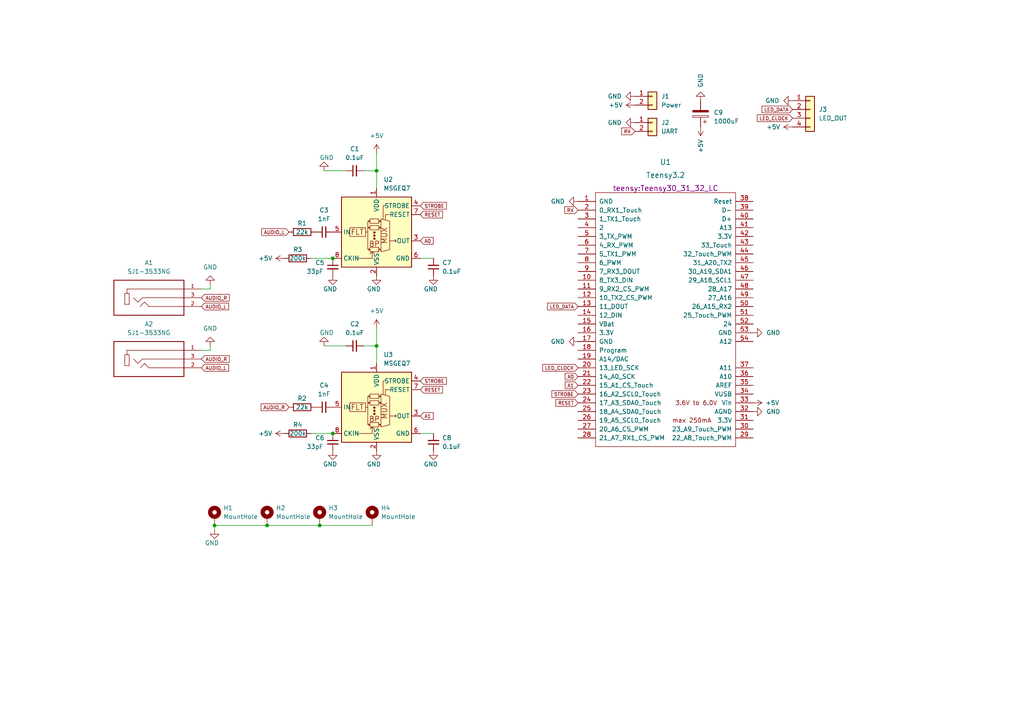
<source format=kicad_sch>
(kicad_sch (version 20211123) (generator eeschema)

  (uuid e63e39d7-6ac0-4ffd-8aa3-1841a4541b55)

  (paper "A4")

  (lib_symbols
    (symbol "Audio:MSGEQ7" (in_bom yes) (on_board yes)
      (property "Reference" "U" (id 0) (at -2.54 13.97 0)
        (effects (font (size 1.27 1.27)) (justify right))
      )
      (property "Value" "MSGEQ7" (id 1) (at -2.54 11.43 0)
        (effects (font (size 1.27 1.27)) (justify right))
      )
      (property "Footprint" "" (id 2) (at 0 0 0)
        (effects (font (size 1.27 1.27)) hide)
      )
      (property "Datasheet" "http://mix-sig.com/images/datasheets/MSGEQ7.pdf" (id 3) (at 0 0 0)
        (effects (font (size 1.27 1.27)) hide)
      )
      (property "ki_keywords" "equalizer filter" (id 4) (at 0 0 0)
        (effects (font (size 1.27 1.27)) hide)
      )
      (property "ki_description" "Seven Band Graphic Equalizer, DIP-8/SOIC-8" (id 5) (at 0 0 0)
        (effects (font (size 1.27 1.27)) hide)
      )
      (property "ki_fp_filters" "SOIC*3.9x4.9mm*P1.27mm* DIP*W7.62mm*" (id 6) (at 0 0 0)
        (effects (font (size 1.27 1.27)) hide)
      )
      (symbol "MSGEQ7_0_0"
        (polyline
          (pts
            (xy -5.08 -7.62)
            (xy -1.27 -7.62)
            (xy -1.27 -5.715)
          )
          (stroke (width 0) (type default) (color 0 0 0 0))
          (fill (type none))
        )
        (polyline
          (pts
            (xy -1.905 -6.35)
            (xy -1.27 -5.715)
            (xy -0.635 -6.35)
          )
          (stroke (width 0) (type default) (color 0 0 0 0))
          (fill (type none))
        )
        (polyline
          (pts
            (xy 2.54 7.62)
            (xy 1.905 7.62)
            (xy 1.905 3.683)
          )
          (stroke (width 0) (type default) (color 0 0 0 0))
          (fill (type none))
        )
        (polyline
          (pts
            (xy 3.81 5.08)
            (xy 2.54 5.08)
            (xy 2.54 3.556)
          )
          (stroke (width 0) (type default) (color 0 0 0 0))
          (fill (type none))
        )
        (text "BP" (at -0.635 -3.429 0)
          (effects (font (size 1.524 1.524)))
        )
        (text "FLT" (at -5.588 0 0)
          (effects (font (size 1.524 1.524)))
        )
        (text "MUX" (at 2.286 -1.016 900)
          (effects (font (size 1.524 1.524)))
        )
      )
      (symbol "MSGEQ7_0_1"
        (rectangle (start -3.175 -1.27) (end -7.747 1.27)
          (stroke (width 0) (type default) (color 0 0 0 0))
          (fill (type none))
        )
        (rectangle (start -1.905 -4.445) (end 0.635 -5.715)
          (stroke (width 0) (type default) (color 0 0 0 0))
          (fill (type none))
        )
        (rectangle (start -1.905 1.905) (end 0.635 0.635)
          (stroke (width 0) (type default) (color 0 0 0 0))
          (fill (type none))
        )
        (circle (center -0.635 -1.905) (radius 0.254)
          (stroke (width 0) (type default) (color 0 0 0 0))
          (fill (type outline))
        )
        (circle (center -0.635 -1.016) (radius 0.254)
          (stroke (width 0) (type default) (color 0 0 0 0))
          (fill (type outline))
        )
        (circle (center -0.635 -0.127) (radius 0.254)
          (stroke (width 0) (type default) (color 0 0 0 0))
          (fill (type outline))
        )
        (polyline
          (pts
            (xy -3.175 0)
            (xy -2.54 0)
          )
          (stroke (width 0) (type default) (color 0 0 0 0))
          (fill (type none))
        )
        (polyline
          (pts
            (xy -2.54 1.27)
            (xy -1.905 1.27)
          )
          (stroke (width 0) (type default) (color 0 0 0 0))
          (fill (type none))
        )
        (polyline
          (pts
            (xy 0.635 -5.08)
            (xy 1.27 -5.08)
          )
          (stroke (width 0) (type default) (color 0 0 0 0))
          (fill (type none))
        )
        (polyline
          (pts
            (xy 0.635 1.27)
            (xy 1.27 1.27)
          )
          (stroke (width 0) (type default) (color 0 0 0 0))
          (fill (type none))
        )
        (polyline
          (pts
            (xy 0.635 3.175)
            (xy 1.27 3.175)
          )
          (stroke (width 0) (type default) (color 0 0 0 0))
          (fill (type none))
        )
        (polyline
          (pts
            (xy 3.81 -2.54)
            (xy 5.715 -2.54)
          )
          (stroke (width 0) (type default) (color 0 0 0 0))
          (fill (type none))
        )
        (polyline
          (pts
            (xy 5.715 -2.54)
            (xy 5.334 -2.921)
          )
          (stroke (width 0) (type default) (color 0 0 0 0))
          (fill (type none))
        )
        (polyline
          (pts
            (xy 5.715 -2.54)
            (xy 5.334 -2.159)
          )
          (stroke (width 0) (type default) (color 0 0 0 0))
          (fill (type none))
        )
        (polyline
          (pts
            (xy -2.286 -4.826)
            (xy -2.032 -5.08)
            (xy -2.286 -5.334)
          )
          (stroke (width 0) (type default) (color 0 0 0 0))
          (fill (type none))
        )
        (polyline
          (pts
            (xy -2.286 1.524)
            (xy -2.032 1.27)
            (xy -2.286 1.016)
          )
          (stroke (width 0) (type default) (color 0 0 0 0))
          (fill (type none))
        )
        (polyline
          (pts
            (xy -2.286 3.429)
            (xy -2.032 3.175)
            (xy -2.286 2.921)
          )
          (stroke (width 0) (type default) (color 0 0 0 0))
          (fill (type none))
        )
        (polyline
          (pts
            (xy 0.889 -4.826)
            (xy 1.143 -5.08)
            (xy 0.889 -5.334)
          )
          (stroke (width 0) (type default) (color 0 0 0 0))
          (fill (type none))
        )
        (polyline
          (pts
            (xy 0.889 1.524)
            (xy 1.143 1.27)
            (xy 0.889 1.016)
          )
          (stroke (width 0) (type default) (color 0 0 0 0))
          (fill (type none))
        )
        (polyline
          (pts
            (xy 0.889 3.429)
            (xy 1.143 3.175)
            (xy 0.889 2.921)
          )
          (stroke (width 0) (type default) (color 0 0 0 0))
          (fill (type none))
        )
        (polyline
          (pts
            (xy -1.905 3.175)
            (xy -2.54 3.175)
            (xy -2.54 -5.08)
            (xy -1.905 -5.08)
          )
          (stroke (width 0) (type default) (color 0 0 0 0))
          (fill (type none))
        )
        (polyline
          (pts
            (xy 1.27 3.81)
            (xy 1.27 -5.715)
            (xy 3.81 -5.08)
            (xy 3.81 3.175)
            (xy 1.27 3.81)
          )
          (stroke (width 0) (type default) (color 0 0 0 0))
          (fill (type none))
        )
        (rectangle (start 0.635 2.54) (end -1.905 3.81)
          (stroke (width 0) (type default) (color 0 0 0 0))
          (fill (type none))
        )
        (rectangle (start 10.16 10.16) (end -10.16 -10.16)
          (stroke (width 0.254) (type default) (color 0 0 0 0))
          (fill (type background))
        )
      )
      (symbol "MSGEQ7_1_1"
        (pin power_in line (at 0 12.7 270) (length 2.54)
          (name "VDD" (effects (font (size 1.27 1.27))))
          (number "1" (effects (font (size 1.27 1.27))))
        )
        (pin power_in line (at 0 -12.7 90) (length 2.54)
          (name "VSS" (effects (font (size 1.27 1.27))))
          (number "2" (effects (font (size 1.27 1.27))))
        )
        (pin output line (at 12.7 -2.54 180) (length 2.54)
          (name "OUT" (effects (font (size 1.27 1.27))))
          (number "3" (effects (font (size 1.27 1.27))))
        )
        (pin input line (at 12.7 7.62 180) (length 2.54)
          (name "STROBE" (effects (font (size 1.27 1.27))))
          (number "4" (effects (font (size 1.27 1.27))))
        )
        (pin input line (at -12.7 0 0) (length 2.54)
          (name "IN" (effects (font (size 1.27 1.27))))
          (number "5" (effects (font (size 1.27 1.27))))
        )
        (pin power_out line (at 12.7 -7.62 180) (length 2.54)
          (name "GND" (effects (font (size 1.27 1.27))))
          (number "6" (effects (font (size 1.27 1.27))))
        )
        (pin input line (at 12.7 5.08 180) (length 2.54)
          (name "RESET" (effects (font (size 1.27 1.27))))
          (number "7" (effects (font (size 1.27 1.27))))
        )
        (pin input line (at -12.7 -7.62 0) (length 2.54)
          (name "CKIN" (effects (font (size 1.27 1.27))))
          (number "8" (effects (font (size 1.27 1.27))))
        )
      )
    )
    (symbol "Connector_Generic:Conn_01x02" (pin_names (offset 1.016) hide) (in_bom yes) (on_board yes)
      (property "Reference" "J" (id 0) (at 0 2.54 0)
        (effects (font (size 1.27 1.27)))
      )
      (property "Value" "Conn_01x02" (id 1) (at 0 -5.08 0)
        (effects (font (size 1.27 1.27)))
      )
      (property "Footprint" "" (id 2) (at 0 0 0)
        (effects (font (size 1.27 1.27)) hide)
      )
      (property "Datasheet" "~" (id 3) (at 0 0 0)
        (effects (font (size 1.27 1.27)) hide)
      )
      (property "ki_keywords" "connector" (id 4) (at 0 0 0)
        (effects (font (size 1.27 1.27)) hide)
      )
      (property "ki_description" "Generic connector, single row, 01x02, script generated (kicad-library-utils/schlib/autogen/connector/)" (id 5) (at 0 0 0)
        (effects (font (size 1.27 1.27)) hide)
      )
      (property "ki_fp_filters" "Connector*:*_1x??_*" (id 6) (at 0 0 0)
        (effects (font (size 1.27 1.27)) hide)
      )
      (symbol "Conn_01x02_1_1"
        (rectangle (start -1.27 -2.413) (end 0 -2.667)
          (stroke (width 0.1524) (type default) (color 0 0 0 0))
          (fill (type none))
        )
        (rectangle (start -1.27 0.127) (end 0 -0.127)
          (stroke (width 0.1524) (type default) (color 0 0 0 0))
          (fill (type none))
        )
        (rectangle (start -1.27 1.27) (end 1.27 -3.81)
          (stroke (width 0.254) (type default) (color 0 0 0 0))
          (fill (type background))
        )
        (pin passive line (at -5.08 0 0) (length 3.81)
          (name "Pin_1" (effects (font (size 1.27 1.27))))
          (number "1" (effects (font (size 1.27 1.27))))
        )
        (pin passive line (at -5.08 -2.54 0) (length 3.81)
          (name "Pin_2" (effects (font (size 1.27 1.27))))
          (number "2" (effects (font (size 1.27 1.27))))
        )
      )
    )
    (symbol "Connector_Generic:Conn_01x04" (pin_names (offset 1.016) hide) (in_bom yes) (on_board yes)
      (property "Reference" "J" (id 0) (at 0 5.08 0)
        (effects (font (size 1.27 1.27)))
      )
      (property "Value" "Conn_01x04" (id 1) (at 0 -7.62 0)
        (effects (font (size 1.27 1.27)))
      )
      (property "Footprint" "" (id 2) (at 0 0 0)
        (effects (font (size 1.27 1.27)) hide)
      )
      (property "Datasheet" "~" (id 3) (at 0 0 0)
        (effects (font (size 1.27 1.27)) hide)
      )
      (property "ki_keywords" "connector" (id 4) (at 0 0 0)
        (effects (font (size 1.27 1.27)) hide)
      )
      (property "ki_description" "Generic connector, single row, 01x04, script generated (kicad-library-utils/schlib/autogen/connector/)" (id 5) (at 0 0 0)
        (effects (font (size 1.27 1.27)) hide)
      )
      (property "ki_fp_filters" "Connector*:*_1x??_*" (id 6) (at 0 0 0)
        (effects (font (size 1.27 1.27)) hide)
      )
      (symbol "Conn_01x04_1_1"
        (rectangle (start -1.27 -4.953) (end 0 -5.207)
          (stroke (width 0.1524) (type default) (color 0 0 0 0))
          (fill (type none))
        )
        (rectangle (start -1.27 -2.413) (end 0 -2.667)
          (stroke (width 0.1524) (type default) (color 0 0 0 0))
          (fill (type none))
        )
        (rectangle (start -1.27 0.127) (end 0 -0.127)
          (stroke (width 0.1524) (type default) (color 0 0 0 0))
          (fill (type none))
        )
        (rectangle (start -1.27 2.667) (end 0 2.413)
          (stroke (width 0.1524) (type default) (color 0 0 0 0))
          (fill (type none))
        )
        (rectangle (start -1.27 3.81) (end 1.27 -6.35)
          (stroke (width 0.254) (type default) (color 0 0 0 0))
          (fill (type background))
        )
        (pin passive line (at -5.08 2.54 0) (length 3.81)
          (name "Pin_1" (effects (font (size 1.27 1.27))))
          (number "1" (effects (font (size 1.27 1.27))))
        )
        (pin passive line (at -5.08 0 0) (length 3.81)
          (name "Pin_2" (effects (font (size 1.27 1.27))))
          (number "2" (effects (font (size 1.27 1.27))))
        )
        (pin passive line (at -5.08 -2.54 0) (length 3.81)
          (name "Pin_3" (effects (font (size 1.27 1.27))))
          (number "3" (effects (font (size 1.27 1.27))))
        )
        (pin passive line (at -5.08 -5.08 0) (length 3.81)
          (name "Pin_4" (effects (font (size 1.27 1.27))))
          (number "4" (effects (font (size 1.27 1.27))))
        )
      )
    )
    (symbol "Device:C_Polarized" (pin_numbers hide) (pin_names (offset 0.254)) (in_bom yes) (on_board yes)
      (property "Reference" "C" (id 0) (at 0.635 2.54 0)
        (effects (font (size 1.27 1.27)) (justify left))
      )
      (property "Value" "C_Polarized" (id 1) (at 0.635 -2.54 0)
        (effects (font (size 1.27 1.27)) (justify left))
      )
      (property "Footprint" "" (id 2) (at 0.9652 -3.81 0)
        (effects (font (size 1.27 1.27)) hide)
      )
      (property "Datasheet" "~" (id 3) (at 0 0 0)
        (effects (font (size 1.27 1.27)) hide)
      )
      (property "ki_keywords" "cap capacitor" (id 4) (at 0 0 0)
        (effects (font (size 1.27 1.27)) hide)
      )
      (property "ki_description" "Polarized capacitor" (id 5) (at 0 0 0)
        (effects (font (size 1.27 1.27)) hide)
      )
      (property "ki_fp_filters" "CP_*" (id 6) (at 0 0 0)
        (effects (font (size 1.27 1.27)) hide)
      )
      (symbol "C_Polarized_0_1"
        (rectangle (start -2.286 0.508) (end 2.286 1.016)
          (stroke (width 0) (type default) (color 0 0 0 0))
          (fill (type none))
        )
        (polyline
          (pts
            (xy -1.778 2.286)
            (xy -0.762 2.286)
          )
          (stroke (width 0) (type default) (color 0 0 0 0))
          (fill (type none))
        )
        (polyline
          (pts
            (xy -1.27 2.794)
            (xy -1.27 1.778)
          )
          (stroke (width 0) (type default) (color 0 0 0 0))
          (fill (type none))
        )
        (rectangle (start 2.286 -0.508) (end -2.286 -1.016)
          (stroke (width 0) (type default) (color 0 0 0 0))
          (fill (type outline))
        )
      )
      (symbol "C_Polarized_1_1"
        (pin passive line (at 0 3.81 270) (length 2.794)
          (name "~" (effects (font (size 1.27 1.27))))
          (number "1" (effects (font (size 1.27 1.27))))
        )
        (pin passive line (at 0 -3.81 90) (length 2.794)
          (name "~" (effects (font (size 1.27 1.27))))
          (number "2" (effects (font (size 1.27 1.27))))
        )
      )
    )
    (symbol "Device:C_Small" (pin_numbers hide) (pin_names (offset 0.254) hide) (in_bom yes) (on_board yes)
      (property "Reference" "C" (id 0) (at 0.254 1.778 0)
        (effects (font (size 1.27 1.27)) (justify left))
      )
      (property "Value" "C_Small" (id 1) (at 0.254 -2.032 0)
        (effects (font (size 1.27 1.27)) (justify left))
      )
      (property "Footprint" "" (id 2) (at 0 0 0)
        (effects (font (size 1.27 1.27)) hide)
      )
      (property "Datasheet" "~" (id 3) (at 0 0 0)
        (effects (font (size 1.27 1.27)) hide)
      )
      (property "ki_keywords" "capacitor cap" (id 4) (at 0 0 0)
        (effects (font (size 1.27 1.27)) hide)
      )
      (property "ki_description" "Unpolarized capacitor, small symbol" (id 5) (at 0 0 0)
        (effects (font (size 1.27 1.27)) hide)
      )
      (property "ki_fp_filters" "C_*" (id 6) (at 0 0 0)
        (effects (font (size 1.27 1.27)) hide)
      )
      (symbol "C_Small_0_1"
        (polyline
          (pts
            (xy -1.524 -0.508)
            (xy 1.524 -0.508)
          )
          (stroke (width 0.3302) (type default) (color 0 0 0 0))
          (fill (type none))
        )
        (polyline
          (pts
            (xy -1.524 0.508)
            (xy 1.524 0.508)
          )
          (stroke (width 0.3048) (type default) (color 0 0 0 0))
          (fill (type none))
        )
      )
      (symbol "C_Small_1_1"
        (pin passive line (at 0 2.54 270) (length 2.032)
          (name "~" (effects (font (size 1.27 1.27))))
          (number "1" (effects (font (size 1.27 1.27))))
        )
        (pin passive line (at 0 -2.54 90) (length 2.032)
          (name "~" (effects (font (size 1.27 1.27))))
          (number "2" (effects (font (size 1.27 1.27))))
        )
      )
    )
    (symbol "Device:R" (pin_numbers hide) (pin_names (offset 0)) (in_bom yes) (on_board yes)
      (property "Reference" "R" (id 0) (at 2.032 0 90)
        (effects (font (size 1.27 1.27)))
      )
      (property "Value" "R" (id 1) (at 0 0 90)
        (effects (font (size 1.27 1.27)))
      )
      (property "Footprint" "" (id 2) (at -1.778 0 90)
        (effects (font (size 1.27 1.27)) hide)
      )
      (property "Datasheet" "~" (id 3) (at 0 0 0)
        (effects (font (size 1.27 1.27)) hide)
      )
      (property "ki_keywords" "R res resistor" (id 4) (at 0 0 0)
        (effects (font (size 1.27 1.27)) hide)
      )
      (property "ki_description" "Resistor" (id 5) (at 0 0 0)
        (effects (font (size 1.27 1.27)) hide)
      )
      (property "ki_fp_filters" "R_*" (id 6) (at 0 0 0)
        (effects (font (size 1.27 1.27)) hide)
      )
      (symbol "R_0_1"
        (rectangle (start -1.016 -2.54) (end 1.016 2.54)
          (stroke (width 0.254) (type default) (color 0 0 0 0))
          (fill (type none))
        )
      )
      (symbol "R_1_1"
        (pin passive line (at 0 3.81 270) (length 1.27)
          (name "~" (effects (font (size 1.27 1.27))))
          (number "1" (effects (font (size 1.27 1.27))))
        )
        (pin passive line (at 0 -3.81 90) (length 1.27)
          (name "~" (effects (font (size 1.27 1.27))))
          (number "2" (effects (font (size 1.27 1.27))))
        )
      )
    )
    (symbol "Mechanical:MountingHole_Pad" (pin_numbers hide) (pin_names (offset 1.016) hide) (in_bom yes) (on_board yes)
      (property "Reference" "H" (id 0) (at 0 6.35 0)
        (effects (font (size 1.27 1.27)))
      )
      (property "Value" "MountingHole_Pad" (id 1) (at 0 4.445 0)
        (effects (font (size 1.27 1.27)))
      )
      (property "Footprint" "" (id 2) (at 0 0 0)
        (effects (font (size 1.27 1.27)) hide)
      )
      (property "Datasheet" "~" (id 3) (at 0 0 0)
        (effects (font (size 1.27 1.27)) hide)
      )
      (property "ki_keywords" "mounting hole" (id 4) (at 0 0 0)
        (effects (font (size 1.27 1.27)) hide)
      )
      (property "ki_description" "Mounting Hole with connection" (id 5) (at 0 0 0)
        (effects (font (size 1.27 1.27)) hide)
      )
      (property "ki_fp_filters" "MountingHole*Pad*" (id 6) (at 0 0 0)
        (effects (font (size 1.27 1.27)) hide)
      )
      (symbol "MountingHole_Pad_0_1"
        (circle (center 0 1.27) (radius 1.27)
          (stroke (width 1.27) (type default) (color 0 0 0 0))
          (fill (type none))
        )
      )
      (symbol "MountingHole_Pad_1_1"
        (pin input line (at 0 -2.54 90) (length 2.54)
          (name "1" (effects (font (size 1.27 1.27))))
          (number "1" (effects (font (size 1.27 1.27))))
        )
      )
    )
    (symbol "SJ1-3533NG:SJ1-3533NG" (pin_names (offset 1.016) hide) (in_bom yes) (on_board yes)
      (property "Reference" "J" (id 0) (at -10.16 7.62 0)
        (effects (font (size 1.27 1.27)) (justify left bottom))
      )
      (property "Value" "SJ1-3533NG" (id 1) (at -10.16 -10.16 0)
        (effects (font (size 1.27 1.27)) (justify left bottom))
      )
      (property "Footprint" "CUI_SJ1-3533NG" (id 2) (at 0 0 0)
        (effects (font (size 1.27 1.27)) (justify left bottom) hide)
      )
      (property "Datasheet" "" (id 3) (at 0 0 0)
        (effects (font (size 1.27 1.27)) (justify left bottom) hide)
      )
      (property "MF" "CUI Devices" (id 4) (at 0 0 0)
        (effects (font (size 1.27 1.27)) (justify left bottom) hide)
      )
      (property "PACKAGE" "None" (id 5) (at 0 0 0)
        (effects (font (size 1.27 1.27)) (justify left bottom) hide)
      )
      (property "CUI_PURCHASE_URL" "https://www.cuidevices.com/product/interconnect/connectors/audio-connectors/jacks/sj1-353xng-series?utm_source=snapeda.com&utm_medium=referral&utm_campaign=snapedaBOM" (id 6) (at 0 0 0)
        (effects (font (size 1.27 1.27)) (justify left bottom) hide)
      )
      (property "PRICE" "None" (id 7) (at 0 0 0)
        (effects (font (size 1.27 1.27)) (justify left bottom) hide)
      )
      (property "MP" "SJ1-3533NG" (id 8) (at 0 0 0)
        (effects (font (size 1.27 1.27)) (justify left bottom) hide)
      )
      (property "DESCRIPTION" "3.5 mm, Stereo, Right Angle, Through Hole, Isolated Ground, Audio Jack Connector" (id 9) (at 0 0 0)
        (effects (font (size 1.27 1.27)) (justify left bottom) hide)
      )
      (property "AVAILABILITY" "Unavailable" (id 10) (at 0 0 0)
        (effects (font (size 1.27 1.27)) (justify left bottom) hide)
      )
      (property "ki_locked" "" (id 11) (at 0 0 0)
        (effects (font (size 1.27 1.27)))
      )
      (symbol "SJ1-3533NG_0_0"
        (polyline
          (pts
            (xy -10.16 -5.08)
            (xy 10.16 -5.08)
          )
          (stroke (width 0.254) (type default) (color 0 0 0 0))
          (fill (type none))
        )
        (polyline
          (pts
            (xy -10.16 5.08)
            (xy -10.16 -5.08)
          )
          (stroke (width 0.254) (type default) (color 0 0 0 0))
          (fill (type none))
        )
        (polyline
          (pts
            (xy -6.985 -1.905)
            (xy -6.985 1.27)
          )
          (stroke (width 0.1524) (type default) (color 0 0 0 0))
          (fill (type none))
        )
        (polyline
          (pts
            (xy -6.985 1.27)
            (xy -6.35 1.27)
          )
          (stroke (width 0.1524) (type default) (color 0 0 0 0))
          (fill (type none))
        )
        (polyline
          (pts
            (xy -6.35 1.27)
            (xy -5.715 1.27)
          )
          (stroke (width 0.1524) (type default) (color 0 0 0 0))
          (fill (type none))
        )
        (polyline
          (pts
            (xy -6.35 2.54)
            (xy -6.35 1.27)
          )
          (stroke (width 0.1524) (type default) (color 0 0 0 0))
          (fill (type none))
        )
        (polyline
          (pts
            (xy -5.715 -1.905)
            (xy -6.985 -1.905)
          )
          (stroke (width 0.1524) (type default) (color 0 0 0 0))
          (fill (type none))
        )
        (polyline
          (pts
            (xy -5.715 1.27)
            (xy -5.715 -1.905)
          )
          (stroke (width 0.1524) (type default) (color 0 0 0 0))
          (fill (type none))
        )
        (polyline
          (pts
            (xy -3.175 -1.27)
            (xy -4.445 0)
          )
          (stroke (width 0.1524) (type default) (color 0 0 0 0))
          (fill (type none))
        )
        (polyline
          (pts
            (xy -1.905 0)
            (xy -3.175 -1.27)
          )
          (stroke (width 0.1524) (type default) (color 0 0 0 0))
          (fill (type none))
        )
        (polyline
          (pts
            (xy -1.27 -1.27)
            (xy -2.54 -2.54)
          )
          (stroke (width 0.1524) (type default) (color 0 0 0 0))
          (fill (type none))
        )
        (polyline
          (pts
            (xy 0 -2.54)
            (xy -1.27 -1.27)
          )
          (stroke (width 0.1524) (type default) (color 0 0 0 0))
          (fill (type none))
        )
        (polyline
          (pts
            (xy 10.16 -5.08)
            (xy 10.16 -2.54)
          )
          (stroke (width 0.254) (type default) (color 0 0 0 0))
          (fill (type none))
        )
        (polyline
          (pts
            (xy 10.16 -2.54)
            (xy 0 -2.54)
          )
          (stroke (width 0.1524) (type default) (color 0 0 0 0))
          (fill (type none))
        )
        (polyline
          (pts
            (xy 10.16 -2.54)
            (xy 10.16 0)
          )
          (stroke (width 0.254) (type default) (color 0 0 0 0))
          (fill (type none))
        )
        (polyline
          (pts
            (xy 10.16 0)
            (xy -1.905 0)
          )
          (stroke (width 0.1524) (type default) (color 0 0 0 0))
          (fill (type none))
        )
        (polyline
          (pts
            (xy 10.16 0)
            (xy 10.16 2.54)
          )
          (stroke (width 0.254) (type default) (color 0 0 0 0))
          (fill (type none))
        )
        (polyline
          (pts
            (xy 10.16 2.54)
            (xy -6.35 2.54)
          )
          (stroke (width 0.1524) (type default) (color 0 0 0 0))
          (fill (type none))
        )
        (polyline
          (pts
            (xy 10.16 2.54)
            (xy 10.16 5.08)
          )
          (stroke (width 0.254) (type default) (color 0 0 0 0))
          (fill (type none))
        )
        (polyline
          (pts
            (xy 10.16 5.08)
            (xy -10.16 5.08)
          )
          (stroke (width 0.254) (type default) (color 0 0 0 0))
          (fill (type none))
        )
        (pin passive line (at 15.24 2.54 180) (length 5.08)
          (name "~" (effects (font (size 1.016 1.016))))
          (number "1" (effects (font (size 1.016 1.016))))
        )
        (pin passive line (at 15.24 -2.54 180) (length 5.08)
          (name "~" (effects (font (size 1.016 1.016))))
          (number "2" (effects (font (size 1.016 1.016))))
        )
        (pin passive line (at 15.24 0 180) (length 5.08)
          (name "~" (effects (font (size 1.016 1.016))))
          (number "3" (effects (font (size 1.016 1.016))))
        )
      )
    )
    (symbol "power:+5V" (power) (pin_names (offset 0)) (in_bom yes) (on_board yes)
      (property "Reference" "#PWR" (id 0) (at 0 -3.81 0)
        (effects (font (size 1.27 1.27)) hide)
      )
      (property "Value" "+5V" (id 1) (at 0 3.556 0)
        (effects (font (size 1.27 1.27)))
      )
      (property "Footprint" "" (id 2) (at 0 0 0)
        (effects (font (size 1.27 1.27)) hide)
      )
      (property "Datasheet" "" (id 3) (at 0 0 0)
        (effects (font (size 1.27 1.27)) hide)
      )
      (property "ki_keywords" "power-flag" (id 4) (at 0 0 0)
        (effects (font (size 1.27 1.27)) hide)
      )
      (property "ki_description" "Power symbol creates a global label with name \"+5V\"" (id 5) (at 0 0 0)
        (effects (font (size 1.27 1.27)) hide)
      )
      (symbol "+5V_0_1"
        (polyline
          (pts
            (xy -0.762 1.27)
            (xy 0 2.54)
          )
          (stroke (width 0) (type default) (color 0 0 0 0))
          (fill (type none))
        )
        (polyline
          (pts
            (xy 0 0)
            (xy 0 2.54)
          )
          (stroke (width 0) (type default) (color 0 0 0 0))
          (fill (type none))
        )
        (polyline
          (pts
            (xy 0 2.54)
            (xy 0.762 1.27)
          )
          (stroke (width 0) (type default) (color 0 0 0 0))
          (fill (type none))
        )
      )
      (symbol "+5V_1_1"
        (pin power_in line (at 0 0 90) (length 0) hide
          (name "+5V" (effects (font (size 1.27 1.27))))
          (number "1" (effects (font (size 1.27 1.27))))
        )
      )
    )
    (symbol "power:GND" (power) (pin_names (offset 0)) (in_bom yes) (on_board yes)
      (property "Reference" "#PWR" (id 0) (at 0 -6.35 0)
        (effects (font (size 1.27 1.27)) hide)
      )
      (property "Value" "GND" (id 1) (at 0 -3.81 0)
        (effects (font (size 1.27 1.27)))
      )
      (property "Footprint" "" (id 2) (at 0 0 0)
        (effects (font (size 1.27 1.27)) hide)
      )
      (property "Datasheet" "" (id 3) (at 0 0 0)
        (effects (font (size 1.27 1.27)) hide)
      )
      (property "ki_keywords" "power-flag" (id 4) (at 0 0 0)
        (effects (font (size 1.27 1.27)) hide)
      )
      (property "ki_description" "Power symbol creates a global label with name \"GND\" , ground" (id 5) (at 0 0 0)
        (effects (font (size 1.27 1.27)) hide)
      )
      (symbol "GND_0_1"
        (polyline
          (pts
            (xy 0 0)
            (xy 0 -1.27)
            (xy 1.27 -1.27)
            (xy 0 -2.54)
            (xy -1.27 -1.27)
            (xy 0 -1.27)
          )
          (stroke (width 0) (type default) (color 0 0 0 0))
          (fill (type none))
        )
      )
      (symbol "GND_1_1"
        (pin power_in line (at 0 0 270) (length 0) hide
          (name "GND" (effects (font (size 1.27 1.27))))
          (number "1" (effects (font (size 1.27 1.27))))
        )
      )
    )
    (symbol "teensy:Teensy3.2" (pin_names (offset 1.016)) (in_bom yes) (on_board yes)
      (property "Reference" "U" (id 0) (at 0 39.37 0)
        (effects (font (size 1.524 1.524)))
      )
      (property "Value" "Teensy3.2" (id 1) (at 0 -39.37 0)
        (effects (font (size 1.524 1.524)))
      )
      (property "Footprint" "" (id 2) (at 0 -19.05 0)
        (effects (font (size 1.524 1.524)))
      )
      (property "Datasheet" "" (id 3) (at 0 -19.05 0)
        (effects (font (size 1.524 1.524)))
      )
      (symbol "Teensy3.2_0_0"
        (text "3.6V to 6.0V" (at 8.89 -24.13 0)
          (effects (font (size 1.27 1.27)))
        )
        (text "max 250mA" (at 7.62 -29.21 0)
          (effects (font (size 1.27 1.27)))
        )
      )
      (symbol "Teensy3.2_0_1"
        (rectangle (start -20.32 -36.83) (end 20.32 36.83)
          (stroke (width 0) (type default) (color 0 0 0 0))
          (fill (type none))
        )
      )
      (symbol "Teensy3.2_1_1"
        (pin power_in line (at -25.4 34.29 0) (length 5.08)
          (name "GND" (effects (font (size 1.27 1.27))))
          (number "1" (effects (font (size 1.27 1.27))))
        )
        (pin bidirectional line (at -25.4 11.43 0) (length 5.08)
          (name "8_TX3_DIN" (effects (font (size 1.27 1.27))))
          (number "10" (effects (font (size 1.27 1.27))))
        )
        (pin bidirectional line (at -25.4 8.89 0) (length 5.08)
          (name "9_RX2_CS_PWM" (effects (font (size 1.27 1.27))))
          (number "11" (effects (font (size 1.27 1.27))))
        )
        (pin bidirectional line (at -25.4 6.35 0) (length 5.08)
          (name "10_TX2_CS_PWM" (effects (font (size 1.27 1.27))))
          (number "12" (effects (font (size 1.27 1.27))))
        )
        (pin bidirectional line (at -25.4 3.81 0) (length 5.08)
          (name "11_DOUT" (effects (font (size 1.27 1.27))))
          (number "13" (effects (font (size 1.27 1.27))))
        )
        (pin bidirectional line (at -25.4 1.27 0) (length 5.08)
          (name "12_DIN" (effects (font (size 1.27 1.27))))
          (number "14" (effects (font (size 1.27 1.27))))
        )
        (pin power_in line (at -25.4 -1.27 0) (length 5.08)
          (name "VBat" (effects (font (size 1.27 1.27))))
          (number "15" (effects (font (size 1.27 1.27))))
        )
        (pin power_out line (at -25.4 -3.81 0) (length 5.08)
          (name "3.3V" (effects (font (size 1.27 1.27))))
          (number "16" (effects (font (size 1.27 1.27))))
        )
        (pin power_in line (at -25.4 -6.35 0) (length 5.08)
          (name "GND" (effects (font (size 1.27 1.27))))
          (number "17" (effects (font (size 1.27 1.27))))
        )
        (pin input line (at -25.4 -8.89 0) (length 5.08)
          (name "Program" (effects (font (size 1.27 1.27))))
          (number "18" (effects (font (size 1.27 1.27))))
        )
        (pin bidirectional line (at -25.4 -11.43 0) (length 5.08)
          (name "A14/DAC" (effects (font (size 1.27 1.27))))
          (number "19" (effects (font (size 1.27 1.27))))
        )
        (pin bidirectional line (at -25.4 31.75 0) (length 5.08)
          (name "0_RX1_Touch" (effects (font (size 1.27 1.27))))
          (number "2" (effects (font (size 1.27 1.27))))
        )
        (pin bidirectional line (at -25.4 -13.97 0) (length 5.08)
          (name "13_LED_SCK" (effects (font (size 1.27 1.27))))
          (number "20" (effects (font (size 1.27 1.27))))
        )
        (pin bidirectional line (at -25.4 -16.51 0) (length 5.08)
          (name "14_A0_SCK" (effects (font (size 1.27 1.27))))
          (number "21" (effects (font (size 1.27 1.27))))
        )
        (pin bidirectional line (at -25.4 -19.05 0) (length 5.08)
          (name "15_A1_CS_Touch" (effects (font (size 1.27 1.27))))
          (number "22" (effects (font (size 1.27 1.27))))
        )
        (pin bidirectional line (at -25.4 -21.59 0) (length 5.08)
          (name "16_A2_SCL0_Touch" (effects (font (size 1.27 1.27))))
          (number "23" (effects (font (size 1.27 1.27))))
        )
        (pin bidirectional line (at -25.4 -24.13 0) (length 5.08)
          (name "17_A3_SDA0_Touch" (effects (font (size 1.27 1.27))))
          (number "24" (effects (font (size 1.27 1.27))))
        )
        (pin bidirectional line (at -25.4 -26.67 0) (length 5.08)
          (name "18_A4_SDA0_Touch" (effects (font (size 1.27 1.27))))
          (number "25" (effects (font (size 1.27 1.27))))
        )
        (pin bidirectional line (at -25.4 -29.21 0) (length 5.08)
          (name "19_A5_SCL0_Touch" (effects (font (size 1.27 1.27))))
          (number "26" (effects (font (size 1.27 1.27))))
        )
        (pin bidirectional line (at -25.4 -31.75 0) (length 5.08)
          (name "20_A6_CS_PWM" (effects (font (size 1.27 1.27))))
          (number "27" (effects (font (size 1.27 1.27))))
        )
        (pin bidirectional line (at -25.4 -34.29 0) (length 5.08)
          (name "21_A7_RX1_CS_PWM" (effects (font (size 1.27 1.27))))
          (number "28" (effects (font (size 1.27 1.27))))
        )
        (pin bidirectional line (at 25.4 -34.29 180) (length 5.08)
          (name "22_A8_Touch_PWM" (effects (font (size 1.27 1.27))))
          (number "29" (effects (font (size 1.27 1.27))))
        )
        (pin bidirectional line (at -25.4 29.21 0) (length 5.08)
          (name "1_TX1_Touch" (effects (font (size 1.27 1.27))))
          (number "3" (effects (font (size 1.27 1.27))))
        )
        (pin bidirectional line (at 25.4 -31.75 180) (length 5.08)
          (name "23_A9_Touch_PWM" (effects (font (size 1.27 1.27))))
          (number "30" (effects (font (size 1.27 1.27))))
        )
        (pin power_out line (at 25.4 -29.21 180) (length 5.08)
          (name "3.3V" (effects (font (size 1.27 1.27))))
          (number "31" (effects (font (size 1.27 1.27))))
        )
        (pin power_out line (at 25.4 -26.67 180) (length 5.08)
          (name "AGND" (effects (font (size 1.27 1.27))))
          (number "32" (effects (font (size 1.27 1.27))))
        )
        (pin power_in line (at 25.4 -24.13 180) (length 5.08)
          (name "Vin" (effects (font (size 1.27 1.27))))
          (number "33" (effects (font (size 1.27 1.27))))
        )
        (pin power_in line (at 25.4 -21.59 180) (length 5.08)
          (name "VUSB" (effects (font (size 1.27 1.27))))
          (number "34" (effects (font (size 1.27 1.27))))
        )
        (pin input line (at 25.4 -19.05 180) (length 5.08)
          (name "AREF" (effects (font (size 1.27 1.27))))
          (number "35" (effects (font (size 1.27 1.27))))
        )
        (pin bidirectional line (at 25.4 -16.51 180) (length 5.08)
          (name "A10" (effects (font (size 1.27 1.27))))
          (number "36" (effects (font (size 1.27 1.27))))
        )
        (pin bidirectional line (at 25.4 -13.97 180) (length 5.08)
          (name "A11" (effects (font (size 1.27 1.27))))
          (number "37" (effects (font (size 1.27 1.27))))
        )
        (pin input line (at 25.4 34.29 180) (length 5.08)
          (name "Reset" (effects (font (size 1.27 1.27))))
          (number "38" (effects (font (size 1.27 1.27))))
        )
        (pin bidirectional line (at 25.4 31.75 180) (length 5.08)
          (name "D-" (effects (font (size 1.27 1.27))))
          (number "39" (effects (font (size 1.27 1.27))))
        )
        (pin bidirectional line (at -25.4 26.67 0) (length 5.08)
          (name "2" (effects (font (size 1.27 1.27))))
          (number "4" (effects (font (size 1.27 1.27))))
        )
        (pin bidirectional line (at 25.4 29.21 180) (length 5.08)
          (name "D+" (effects (font (size 1.27 1.27))))
          (number "40" (effects (font (size 1.27 1.27))))
        )
        (pin bidirectional line (at 25.4 26.67 180) (length 5.08)
          (name "A13" (effects (font (size 1.27 1.27))))
          (number "41" (effects (font (size 1.27 1.27))))
        )
        (pin power_out line (at 25.4 24.13 180) (length 5.08)
          (name "3.3V" (effects (font (size 1.27 1.27))))
          (number "42" (effects (font (size 1.27 1.27))))
        )
        (pin bidirectional line (at 25.4 21.59 180) (length 5.08)
          (name "33_Touch" (effects (font (size 1.27 1.27))))
          (number "43" (effects (font (size 1.27 1.27))))
        )
        (pin bidirectional line (at 25.4 19.05 180) (length 5.08)
          (name "32_Touch_PWM" (effects (font (size 1.27 1.27))))
          (number "44" (effects (font (size 1.27 1.27))))
        )
        (pin bidirectional line (at 25.4 16.51 180) (length 5.08)
          (name "31_A20_TX2" (effects (font (size 1.27 1.27))))
          (number "45" (effects (font (size 1.27 1.27))))
        )
        (pin bidirectional line (at 25.4 13.97 180) (length 5.08)
          (name "30_A19_SDA1" (effects (font (size 1.27 1.27))))
          (number "46" (effects (font (size 1.27 1.27))))
        )
        (pin bidirectional line (at 25.4 11.43 180) (length 5.08)
          (name "29_A18_SCL1" (effects (font (size 1.27 1.27))))
          (number "47" (effects (font (size 1.27 1.27))))
        )
        (pin bidirectional line (at 25.4 8.89 180) (length 5.08)
          (name "28_A17" (effects (font (size 1.27 1.27))))
          (number "48" (effects (font (size 1.27 1.27))))
        )
        (pin bidirectional line (at 25.4 6.35 180) (length 5.08)
          (name "27_A16" (effects (font (size 1.27 1.27))))
          (number "49" (effects (font (size 1.27 1.27))))
        )
        (pin bidirectional line (at -25.4 24.13 0) (length 5.08)
          (name "3_TX_PWM" (effects (font (size 1.27 1.27))))
          (number "5" (effects (font (size 1.27 1.27))))
        )
        (pin bidirectional line (at 25.4 3.81 180) (length 5.08)
          (name "26_A15_RX2" (effects (font (size 1.27 1.27))))
          (number "50" (effects (font (size 1.27 1.27))))
        )
        (pin bidirectional line (at 25.4 1.27 180) (length 5.08)
          (name "25_Touch_PWM" (effects (font (size 1.27 1.27))))
          (number "51" (effects (font (size 1.27 1.27))))
        )
        (pin bidirectional line (at 25.4 -1.27 180) (length 5.08)
          (name "24" (effects (font (size 1.27 1.27))))
          (number "52" (effects (font (size 1.27 1.27))))
        )
        (pin power_in line (at 25.4 -3.81 180) (length 5.08)
          (name "GND" (effects (font (size 1.27 1.27))))
          (number "53" (effects (font (size 1.27 1.27))))
        )
        (pin bidirectional line (at 25.4 -6.35 180) (length 5.08)
          (name "A12" (effects (font (size 1.27 1.27))))
          (number "54" (effects (font (size 1.27 1.27))))
        )
        (pin bidirectional line (at -25.4 21.59 0) (length 5.08)
          (name "4_RX_PWM" (effects (font (size 1.27 1.27))))
          (number "6" (effects (font (size 1.27 1.27))))
        )
        (pin bidirectional line (at -25.4 19.05 0) (length 5.08)
          (name "5_TX1_PWM" (effects (font (size 1.27 1.27))))
          (number "7" (effects (font (size 1.27 1.27))))
        )
        (pin bidirectional line (at -25.4 16.51 0) (length 5.08)
          (name "6_PWM" (effects (font (size 1.27 1.27))))
          (number "8" (effects (font (size 1.27 1.27))))
        )
        (pin bidirectional line (at -25.4 13.97 0) (length 5.08)
          (name "7_RX3_DOUT" (effects (font (size 1.27 1.27))))
          (number "9" (effects (font (size 1.27 1.27))))
        )
      )
    )
  )

  (junction (at 62.23 152.4) (diameter 0) (color 0 0 0 0)
    (uuid 114c28cc-9269-4c76-ab29-7cb5d952d7c8)
  )
  (junction (at 77.47 152.4) (diameter 0) (color 0 0 0 0)
    (uuid 376926ac-7530-4fd1-a3db-456e62f94dce)
  )
  (junction (at 109.22 100.33) (diameter 0) (color 0 0 0 0)
    (uuid 3b56e150-21a8-448f-b0c1-45e7f570b894)
  )
  (junction (at 92.71 152.4) (diameter 0) (color 0 0 0 0)
    (uuid 7255b9f5-5554-4d97-b175-d77de72c4681)
  )
  (junction (at 96.52 125.73) (diameter 0) (color 0 0 0 0)
    (uuid 9f5d019c-016b-4613-85ec-7812d0693f14)
  )
  (junction (at 96.52 74.93) (diameter 0) (color 0 0 0 0)
    (uuid c004c559-dd72-4b0b-bd1b-2f5664fa3918)
  )
  (junction (at 109.22 49.53) (diameter 0) (color 0 0 0 0)
    (uuid d80a6ce8-ddc9-4465-843e-77fab6b40b99)
  )

  (wire (pts (xy 93.98 49.53) (xy 100.33 49.53))
    (stroke (width 0) (type default) (color 0 0 0 0))
    (uuid 10485c9b-84ab-4fd6-9c55-ae59877f196f)
  )
  (wire (pts (xy 109.22 49.53) (xy 109.22 54.61))
    (stroke (width 0) (type default) (color 0 0 0 0))
    (uuid 20364b64-c482-49ea-bc80-e96543f69561)
  )
  (wire (pts (xy 109.22 100.33) (xy 109.22 105.41))
    (stroke (width 0) (type default) (color 0 0 0 0))
    (uuid 2b885636-c59e-4fad-a947-db122e09ad41)
  )
  (wire (pts (xy 105.41 49.53) (xy 109.22 49.53))
    (stroke (width 0) (type default) (color 0 0 0 0))
    (uuid 341addf1-3acc-4057-8314-c52bc288d01c)
  )
  (wire (pts (xy 58.42 83.82) (xy 60.96 83.82))
    (stroke (width 0) (type default) (color 0 0 0 0))
    (uuid 3593ac02-64b6-4a09-b5ce-5df341f1aa56)
  )
  (wire (pts (xy 58.42 101.6) (xy 60.96 101.6))
    (stroke (width 0) (type default) (color 0 0 0 0))
    (uuid 36c11f2a-30e4-4499-b58a-15f8216fb06e)
  )
  (wire (pts (xy 92.71 152.4) (xy 107.95 152.4))
    (stroke (width 0) (type default) (color 0 0 0 0))
    (uuid 42c1e9e0-88a6-4d89-8ca6-7ba3863e35d6)
  )
  (wire (pts (xy 60.96 83.82) (xy 60.96 82.55))
    (stroke (width 0) (type default) (color 0 0 0 0))
    (uuid 5e334666-af70-4bbd-b4f0-340a4f0554cb)
  )
  (wire (pts (xy 77.47 152.4) (xy 92.71 152.4))
    (stroke (width 0) (type default) (color 0 0 0 0))
    (uuid 6e571d13-7392-4f48-9eec-94bcf2446ba7)
  )
  (wire (pts (xy 109.22 44.45) (xy 109.22 49.53))
    (stroke (width 0) (type default) (color 0 0 0 0))
    (uuid 732cf7f1-1497-49fb-9df9-283f13bc9404)
  )
  (wire (pts (xy 121.92 125.73) (xy 125.73 125.73))
    (stroke (width 0) (type default) (color 0 0 0 0))
    (uuid 7bc0f222-0682-45c2-8a94-b63a1ba6b868)
  )
  (wire (pts (xy 109.22 95.25) (xy 109.22 100.33))
    (stroke (width 0) (type default) (color 0 0 0 0))
    (uuid 8604ea2b-37e5-439a-885f-8a323138346d)
  )
  (wire (pts (xy 90.17 125.73) (xy 96.52 125.73))
    (stroke (width 0) (type default) (color 0 0 0 0))
    (uuid 8e5ab150-f69a-4050-a0e4-9a7db19330e6)
  )
  (wire (pts (xy 90.17 74.93) (xy 96.52 74.93))
    (stroke (width 0) (type default) (color 0 0 0 0))
    (uuid bc126905-ecd9-4069-8bde-ee6c9b566be2)
  )
  (wire (pts (xy 93.98 100.33) (xy 100.33 100.33))
    (stroke (width 0) (type default) (color 0 0 0 0))
    (uuid c063591b-5b4f-4b05-a908-369c0cddcac0)
  )
  (wire (pts (xy 62.23 152.4) (xy 77.47 152.4))
    (stroke (width 0) (type default) (color 0 0 0 0))
    (uuid c092683c-0b92-4146-bee5-82586b0a11ce)
  )
  (wire (pts (xy 105.41 100.33) (xy 109.22 100.33))
    (stroke (width 0) (type default) (color 0 0 0 0))
    (uuid d5d6c96d-4efc-4e0e-958b-afc3a8d24108)
  )
  (wire (pts (xy 121.92 74.93) (xy 125.73 74.93))
    (stroke (width 0) (type default) (color 0 0 0 0))
    (uuid d9d260af-5bc8-4189-b450-2851e6047dfd)
  )
  (wire (pts (xy 62.23 152.4) (xy 62.23 153.67))
    (stroke (width 0) (type default) (color 0 0 0 0))
    (uuid e4fae23d-4a77-4a17-80ca-f407d949cdd4)
  )
  (wire (pts (xy 60.96 101.6) (xy 60.96 100.33))
    (stroke (width 0) (type default) (color 0 0 0 0))
    (uuid ea239748-3eba-4243-ab52-d1db3d3ba736)
  )

  (global_label "LED_DATA" (shape input) (at 229.87 31.75 180) (fields_autoplaced)
    (effects (font (size 1 1)) (justify right))
    (uuid 2a2fbf6d-bd6a-4563-8ed0-0f8da00a95b7)
    (property "Intersheet References" "${INTERSHEET_REFS}" (id 0) (at 221.0176 31.6875 0)
      (effects (font (size 1 1)) (justify right) hide)
    )
  )
  (global_label "LED_DATA" (shape input) (at 167.64 88.9 180) (fields_autoplaced)
    (effects (font (size 1 1)) (justify right))
    (uuid 2d19d607-45a0-4b24-93da-7416cb7da137)
    (property "Intersheet References" "${INTERSHEET_REFS}" (id 0) (at 158.7876 88.8375 0)
      (effects (font (size 1 1)) (justify right) hide)
    )
  )
  (global_label "STROBE" (shape input) (at 121.92 110.49 0) (fields_autoplaced)
    (effects (font (size 1 1)) (justify left))
    (uuid 3243c8a1-5dd6-4265-b2fc-7a030b745746)
    (property "Intersheet References" "${INTERSHEET_REFS}" (id 0) (at 129.4867 110.4275 0)
      (effects (font (size 1 1)) (justify left) hide)
    )
  )
  (global_label "AUDIO_L" (shape input) (at 58.42 106.68 0) (fields_autoplaced)
    (effects (font (size 1 1)) (justify left))
    (uuid 3e9b3c05-1c43-41f4-bd27-e444b9e69043)
    (property "Intersheet References" "${INTERSHEET_REFS}" (id 0) (at 66.32 106.6175 0)
      (effects (font (size 1 1)) (justify left) hide)
    )
  )
  (global_label "A1" (shape input) (at 167.64 111.76 180) (fields_autoplaced)
    (effects (font (size 1 1)) (justify right))
    (uuid 42af2292-cb10-406d-801b-f98704f6c10d)
    (property "Intersheet References" "${INTERSHEET_REFS}" (id 0) (at 163.9305 111.6975 0)
      (effects (font (size 1 1)) (justify right) hide)
    )
  )
  (global_label "AUDIO_R" (shape input) (at 83.82 118.11 180) (fields_autoplaced)
    (effects (font (size 1 1)) (justify right))
    (uuid 44da5fbd-7473-49fc-bca1-2b150ad3945b)
    (property "Intersheet References" "${INTERSHEET_REFS}" (id 0) (at 75.7295 118.0475 0)
      (effects (font (size 1 1)) (justify right) hide)
    )
  )
  (global_label "RESET" (shape input) (at 167.64 116.84 180) (fields_autoplaced)
    (effects (font (size 1 1)) (justify right))
    (uuid 4b662ca7-2593-4355-9d62-d61ca5a6bd31)
    (property "Intersheet References" "${INTERSHEET_REFS}" (id 0) (at 161.2162 116.9025 0)
      (effects (font (size 1 1)) (justify right) hide)
    )
  )
  (global_label "AUDIO_L" (shape input) (at 58.42 88.9 0) (fields_autoplaced)
    (effects (font (size 1 1)) (justify left))
    (uuid 5a7e080e-c8e3-4363-bc71-fffdb411c399)
    (property "Intersheet References" "${INTERSHEET_REFS}" (id 0) (at 66.32 88.8375 0)
      (effects (font (size 1 1)) (justify left) hide)
    )
  )
  (global_label "RX" (shape input) (at 184.15 38.1 180) (fields_autoplaced)
    (effects (font (size 1 1)) (justify right))
    (uuid 637d50ac-1a36-422c-84c7-17529d625b44)
    (property "Intersheet References" "${INTERSHEET_REFS}" (id 0) (at 180.2976 38.0375 0)
      (effects (font (size 1 1)) (justify right) hide)
    )
  )
  (global_label "LED_CLOCK" (shape input) (at 167.64 106.68 180) (fields_autoplaced)
    (effects (font (size 1 1)) (justify right))
    (uuid 70abdec0-07ee-4f51-9b41-422467881ac1)
    (property "Intersheet References" "${INTERSHEET_REFS}" (id 0) (at 157.4067 106.6175 0)
      (effects (font (size 1 1)) (justify right) hide)
    )
  )
  (global_label "AUDIO_R" (shape input) (at 58.42 86.36 0) (fields_autoplaced)
    (effects (font (size 1 1)) (justify left))
    (uuid 716e5416-b330-423a-811f-046a4ee64f5e)
    (property "Intersheet References" "${INTERSHEET_REFS}" (id 0) (at 66.5105 86.2975 0)
      (effects (font (size 1 1)) (justify left) hide)
    )
  )
  (global_label "A0" (shape input) (at 121.92 69.85 0) (fields_autoplaced)
    (effects (font (size 1 1)) (justify left))
    (uuid 7d7876ee-8d93-4060-b875-0fb02163739b)
    (property "Intersheet References" "${INTERSHEET_REFS}" (id 0) (at 125.6295 69.7875 0)
      (effects (font (size 1 1)) (justify left) hide)
    )
  )
  (global_label "RESET" (shape input) (at 121.92 113.03 0) (fields_autoplaced)
    (effects (font (size 1 1)) (justify left))
    (uuid a96af93c-33d7-45d7-89be-39c2052719c7)
    (property "Intersheet References" "${INTERSHEET_REFS}" (id 0) (at 128.3438 112.9675 0)
      (effects (font (size 1 1)) (justify left) hide)
    )
  )
  (global_label "RESET" (shape input) (at 121.92 62.23 0) (fields_autoplaced)
    (effects (font (size 1 1)) (justify left))
    (uuid aae74210-153e-4b2c-b189-3d91fd5ad5d3)
    (property "Intersheet References" "${INTERSHEET_REFS}" (id 0) (at 128.3438 62.1675 0)
      (effects (font (size 1 1)) (justify left) hide)
    )
  )
  (global_label "A1" (shape input) (at 121.92 120.65 0) (fields_autoplaced)
    (effects (font (size 1 1)) (justify left))
    (uuid b8663256-91e7-4d0c-854a-6b92ba3b8e39)
    (property "Intersheet References" "${INTERSHEET_REFS}" (id 0) (at 125.6295 120.5875 0)
      (effects (font (size 1 1)) (justify left) hide)
    )
  )
  (global_label "STROBE" (shape input) (at 167.64 114.3 180) (fields_autoplaced)
    (effects (font (size 1 1)) (justify right))
    (uuid becf0d4a-e6a5-4238-b2e1-eca945b88139)
    (property "Intersheet References" "${INTERSHEET_REFS}" (id 0) (at 160.0733 114.3625 0)
      (effects (font (size 1 1)) (justify right) hide)
    )
  )
  (global_label "A0" (shape input) (at 167.64 109.22 180) (fields_autoplaced)
    (effects (font (size 1 1)) (justify right))
    (uuid d1cf75ad-28e1-425d-90fa-53150926dac9)
    (property "Intersheet References" "${INTERSHEET_REFS}" (id 0) (at 163.9305 109.2825 0)
      (effects (font (size 1 1)) (justify right) hide)
    )
  )
  (global_label "AUDIO_R" (shape input) (at 58.42 104.14 0) (fields_autoplaced)
    (effects (font (size 1 1)) (justify left))
    (uuid e2b0367e-ecc4-4e7d-994d-64faa25d2efd)
    (property "Intersheet References" "${INTERSHEET_REFS}" (id 0) (at 66.5105 104.0775 0)
      (effects (font (size 1 1)) (justify left) hide)
    )
  )
  (global_label "RX" (shape input) (at 167.64 60.96 180) (fields_autoplaced)
    (effects (font (size 1 1)) (justify right))
    (uuid e906de74-57a9-4341-a43f-9885eecbc90c)
    (property "Intersheet References" "${INTERSHEET_REFS}" (id 0) (at 163.7876 60.8975 0)
      (effects (font (size 1 1)) (justify right) hide)
    )
  )
  (global_label "LED_CLOCK" (shape input) (at 229.87 34.29 180) (fields_autoplaced)
    (effects (font (size 1 1)) (justify right))
    (uuid f89deedb-7b72-4123-a68d-30d62fbf81e4)
    (property "Intersheet References" "${INTERSHEET_REFS}" (id 0) (at 219.6367 34.2275 0)
      (effects (font (size 1 1)) (justify right) hide)
    )
  )
  (global_label "AUDIO_L" (shape input) (at 83.82 67.31 180) (fields_autoplaced)
    (effects (font (size 1 1)) (justify right))
    (uuid f9e59462-cfb7-445b-9e6e-68df7f78089d)
    (property "Intersheet References" "${INTERSHEET_REFS}" (id 0) (at 75.92 67.3725 0)
      (effects (font (size 1 1)) (justify right) hide)
    )
  )
  (global_label "STROBE" (shape input) (at 121.92 59.69 0) (fields_autoplaced)
    (effects (font (size 1 1)) (justify left))
    (uuid fa447f70-b989-4205-bfc8-dcfa1b343880)
    (property "Intersheet References" "${INTERSHEET_REFS}" (id 0) (at 129.4867 59.6275 0)
      (effects (font (size 1 1)) (justify left) hide)
    )
  )

  (symbol (lib_id "SJ1-3533NG:SJ1-3533NG") (at 43.18 104.14 0) (unit 1)
    (in_bom yes) (on_board yes) (fields_autoplaced)
    (uuid 04e6071e-3d6b-4d15-8848-09db1191461a)
    (property "Reference" "A2" (id 0) (at 43.18 93.98 0))
    (property "Value" "SJ1-3533NG" (id 1) (at 43.18 96.52 0))
    (property "Footprint" "" (id 2) (at 43.18 104.14 0)
      (effects (font (size 1.27 1.27)) (justify left bottom) hide)
    )
    (property "Datasheet" "" (id 3) (at 43.18 104.14 0)
      (effects (font (size 1.27 1.27)) (justify left bottom) hide)
    )
    (property "MF" "CUI Devices" (id 4) (at 43.18 104.14 0)
      (effects (font (size 1.27 1.27)) (justify left bottom) hide)
    )
    (property "PACKAGE" "None" (id 5) (at 43.18 104.14 0)
      (effects (font (size 1.27 1.27)) (justify left bottom) hide)
    )
    (property "CUI_PURCHASE_URL" "https://www.cuidevices.com/product/interconnect/connectors/audio-connectors/jacks/sj1-353xng-series?utm_source=snapeda.com&utm_medium=referral&utm_campaign=snapedaBOM" (id 6) (at 43.18 104.14 0)
      (effects (font (size 1.27 1.27)) (justify left bottom) hide)
    )
    (property "PRICE" "None" (id 7) (at 43.18 104.14 0)
      (effects (font (size 1.27 1.27)) (justify left bottom) hide)
    )
    (property "MP" "SJ1-3533NG" (id 8) (at 43.18 104.14 0)
      (effects (font (size 1.27 1.27)) (justify left bottom) hide)
    )
    (property "DESCRIPTION" "3.5 mm, Stereo, Right Angle, Through Hole, Isolated Ground, Audio Jack Connector" (id 9) (at 43.18 104.14 0)
      (effects (font (size 1.27 1.27)) (justify left bottom) hide)
    )
    (property "AVAILABILITY" "Unavailable" (id 10) (at 43.18 104.14 0)
      (effects (font (size 1.27 1.27)) (justify left bottom) hide)
    )
    (property "DigiKey" "https://www.digikey.com/product-detail/en/cui-devices/SJ1-3533NG/CP1-3533NG-ND/738701" (id 11) (at 43.18 104.14 0)
      (effects (font (size 1.27 1.27)) hide)
    )
    (pin "1" (uuid c6e482b1-a163-4ee2-95c0-fbfd4b189022))
    (pin "2" (uuid 5f8f5ce1-ca1f-4990-90a5-d8df5fcea750))
    (pin "3" (uuid efaa19f5-44cb-4641-9765-d558654b106a))
  )

  (symbol (lib_id "power:+5V") (at 203.2 36.83 180) (unit 1)
    (in_bom yes) (on_board yes)
    (uuid 0a806403-000e-4401-99f5-b5d1a319f9aa)
    (property "Reference" "#PWR0106" (id 0) (at 203.2 33.02 0)
      (effects (font (size 1.27 1.27)) hide)
    )
    (property "Value" "+5V" (id 1) (at 203.2 44.45 90)
      (effects (font (size 1.27 1.27)) (justify right))
    )
    (property "Footprint" "" (id 2) (at 203.2 36.83 0)
      (effects (font (size 1.27 1.27)) hide)
    )
    (property "Datasheet" "" (id 3) (at 203.2 36.83 0)
      (effects (font (size 1.27 1.27)) hide)
    )
    (pin "1" (uuid 7a3fa4e3-61a5-41ce-b376-42ce43ce2782))
  )

  (symbol (lib_id "power:GND") (at 125.73 130.81 0) (unit 1)
    (in_bom yes) (on_board yes)
    (uuid 0b974c51-5d6b-432b-a824-d3bc00d5c7f5)
    (property "Reference" "#PWR0116" (id 0) (at 125.73 137.16 0)
      (effects (font (size 1.27 1.27)) hide)
    )
    (property "Value" "GND" (id 1) (at 127 134.62 0)
      (effects (font (size 1.27 1.27)) (justify right))
    )
    (property "Footprint" "" (id 2) (at 125.73 130.81 0)
      (effects (font (size 1.27 1.27)) hide)
    )
    (property "Datasheet" "" (id 3) (at 125.73 130.81 0)
      (effects (font (size 1.27 1.27)) hide)
    )
    (pin "1" (uuid e77f1a97-5599-4bf9-9a83-6ffeaef8420a))
  )

  (symbol (lib_id "power:GND") (at 184.15 35.56 270) (unit 1)
    (in_bom yes) (on_board yes)
    (uuid 11312500-d46b-428c-9bd7-03f905e13667)
    (property "Reference" "#PWR0104" (id 0) (at 177.8 35.56 0)
      (effects (font (size 1.27 1.27)) hide)
    )
    (property "Value" "GND" (id 1) (at 180.34 35.56 90)
      (effects (font (size 1.27 1.27)) (justify right))
    )
    (property "Footprint" "" (id 2) (at 184.15 35.56 0)
      (effects (font (size 1.27 1.27)) hide)
    )
    (property "Datasheet" "" (id 3) (at 184.15 35.56 0)
      (effects (font (size 1.27 1.27)) hide)
    )
    (pin "1" (uuid 13b960df-62fc-464f-86d5-2a8f122056e8))
  )

  (symbol (lib_id "Device:C_Small") (at 96.52 77.47 0) (mirror y) (unit 1)
    (in_bom yes) (on_board yes)
    (uuid 11ce4cb9-82d7-429c-8d84-58a54849ed3a)
    (property "Reference" "C5" (id 0) (at 91.44 76.2 0)
      (effects (font (size 1.27 1.27)) (justify right))
    )
    (property "Value" "" (id 1) (at 88.9 78.74 0)
      (effects (font (size 1.27 1.27)) (justify right))
    )
    (property "Footprint" "" (id 2) (at 96.52 77.47 0)
      (effects (font (size 1.27 1.27)) hide)
    )
    (property "Datasheet" "~" (id 3) (at 96.52 77.47 0)
      (effects (font (size 1.27 1.27)) hide)
    )
    (pin "1" (uuid f16375ec-716c-4232-9de7-b320a5adc528))
    (pin "2" (uuid 4cf6a2b5-b92b-4c3b-bd97-cada6c7c2633))
  )

  (symbol (lib_id "power:+5V") (at 109.22 44.45 0) (unit 1)
    (in_bom yes) (on_board yes) (fields_autoplaced)
    (uuid 11ded91b-59c6-4b6a-a2a9-7d3ba5d38276)
    (property "Reference" "#PWR0118" (id 0) (at 109.22 48.26 0)
      (effects (font (size 1.27 1.27)) hide)
    )
    (property "Value" "" (id 1) (at 109.22 39.37 0))
    (property "Footprint" "" (id 2) (at 109.22 44.45 0)
      (effects (font (size 1.27 1.27)) hide)
    )
    (property "Datasheet" "" (id 3) (at 109.22 44.45 0)
      (effects (font (size 1.27 1.27)) hide)
    )
    (pin "1" (uuid 0c0115f8-dc0e-4a26-8067-6cdd8fe69ceb))
  )

  (symbol (lib_id "power:GND") (at 167.64 58.42 270) (unit 1)
    (in_bom yes) (on_board yes)
    (uuid 11f44c9b-0b5c-4561-a8a5-f9bfdb0229c1)
    (property "Reference" "#PWR0102" (id 0) (at 161.29 58.42 0)
      (effects (font (size 1.27 1.27)) hide)
    )
    (property "Value" "GND" (id 1) (at 163.83 58.42 90)
      (effects (font (size 1.27 1.27)) (justify right))
    )
    (property "Footprint" "" (id 2) (at 167.64 58.42 0)
      (effects (font (size 1.27 1.27)) hide)
    )
    (property "Datasheet" "" (id 3) (at 167.64 58.42 0)
      (effects (font (size 1.27 1.27)) hide)
    )
    (pin "1" (uuid ddad4c86-94d3-4931-9c2d-c1f362fcd114))
  )

  (symbol (lib_id "Device:R") (at 87.63 118.11 90) (unit 1)
    (in_bom yes) (on_board yes)
    (uuid 200814ce-56b0-4cf5-b056-f05f3519ebc4)
    (property "Reference" "R2" (id 0) (at 87.63 115.57 90))
    (property "Value" "22k" (id 1) (at 87.63 118.11 90))
    (property "Footprint" "Resistor_THT:R_Axial_DIN0207_L6.3mm_D2.5mm_P7.62mm_Horizontal" (id 2) (at 87.63 119.888 90)
      (effects (font (size 1.27 1.27)) hide)
    )
    (property "Datasheet" "~" (id 3) (at 87.63 118.11 0)
      (effects (font (size 1.27 1.27)) hide)
    )
    (pin "1" (uuid 3f3f4a24-5394-46ab-9bae-ff08b594f378))
    (pin "2" (uuid bd90087d-8767-468d-8345-a95deb6ed5d3))
  )

  (symbol (lib_id "power:GND") (at 184.15 27.94 270) (unit 1)
    (in_bom yes) (on_board yes)
    (uuid 2ff56d8c-10ee-4bcd-9bc9-dabccaa0fdb4)
    (property "Reference" "#PWR0103" (id 0) (at 177.8 27.94 0)
      (effects (font (size 1.27 1.27)) hide)
    )
    (property "Value" "GND" (id 1) (at 180.34 27.94 90)
      (effects (font (size 1.27 1.27)) (justify right))
    )
    (property "Footprint" "" (id 2) (at 184.15 27.94 0)
      (effects (font (size 1.27 1.27)) hide)
    )
    (property "Datasheet" "" (id 3) (at 184.15 27.94 0)
      (effects (font (size 1.27 1.27)) hide)
    )
    (pin "1" (uuid fa1977d4-83d0-4c0f-b34f-6fea3d96f24f))
  )

  (symbol (lib_id "Mechanical:MountingHole_Pad") (at 62.23 149.86 0) (unit 1)
    (in_bom yes) (on_board yes) (fields_autoplaced)
    (uuid 314695d4-aea7-460b-829c-78324d1ed7c3)
    (property "Reference" "H1" (id 0) (at 64.77 147.3199 0)
      (effects (font (size 1.27 1.27)) (justify left))
    )
    (property "Value" "" (id 1) (at 64.77 149.8599 0)
      (effects (font (size 1.27 1.27)) (justify left))
    )
    (property "Footprint" "" (id 2) (at 62.23 149.86 0)
      (effects (font (size 1.27 1.27)) hide)
    )
    (property "Datasheet" "~" (id 3) (at 62.23 149.86 0)
      (effects (font (size 1.27 1.27)) hide)
    )
    (pin "1" (uuid 0f0f64a0-e7f9-496c-861e-e1b188ba7063))
  )

  (symbol (lib_id "power:GND") (at 218.44 119.38 90) (unit 1)
    (in_bom yes) (on_board yes)
    (uuid 32229c48-96bf-4ccf-96e8-3774823fbd39)
    (property "Reference" "#PWR0109" (id 0) (at 224.79 119.38 0)
      (effects (font (size 1.27 1.27)) hide)
    )
    (property "Value" "GND" (id 1) (at 222.25 119.38 90)
      (effects (font (size 1.27 1.27)) (justify right))
    )
    (property "Footprint" "" (id 2) (at 218.44 119.38 0)
      (effects (font (size 1.27 1.27)) hide)
    )
    (property "Datasheet" "" (id 3) (at 218.44 119.38 0)
      (effects (font (size 1.27 1.27)) hide)
    )
    (pin "1" (uuid eae8e0b6-8c58-40c7-ac8a-7700c31c0c56))
  )

  (symbol (lib_id "power:GND") (at 96.52 80.01 0) (unit 1)
    (in_bom yes) (on_board yes)
    (uuid 43d690da-d2fe-4887-8247-e1d1805db4af)
    (property "Reference" "#PWR0113" (id 0) (at 96.52 86.36 0)
      (effects (font (size 1.27 1.27)) hide)
    )
    (property "Value" "GND" (id 1) (at 97.79 83.82 0)
      (effects (font (size 1.27 1.27)) (justify right))
    )
    (property "Footprint" "" (id 2) (at 96.52 80.01 0)
      (effects (font (size 1.27 1.27)) hide)
    )
    (property "Datasheet" "" (id 3) (at 96.52 80.01 0)
      (effects (font (size 1.27 1.27)) hide)
    )
    (pin "1" (uuid 25d11f49-1e41-419b-b83e-bde2a5d0d347))
  )

  (symbol (lib_id "Connector_Generic:Conn_01x04") (at 234.95 31.75 0) (unit 1)
    (in_bom yes) (on_board yes) (fields_autoplaced)
    (uuid 47c13dc9-b3ba-4c5a-a58b-34dbecc0f39e)
    (property "Reference" "J3" (id 0) (at 237.49 31.7499 0)
      (effects (font (size 1.27 1.27)) (justify left))
    )
    (property "Value" "" (id 1) (at 237.49 34.2899 0)
      (effects (font (size 1.27 1.27)) (justify left))
    )
    (property "Footprint" "" (id 2) (at 234.95 31.75 0)
      (effects (font (size 1.27 1.27)) hide)
    )
    (property "Datasheet" "~" (id 3) (at 234.95 31.75 0)
      (effects (font (size 1.27 1.27)) hide)
    )
    (pin "1" (uuid 597e0a2c-392e-46de-b9ff-440f98c0bdff))
    (pin "2" (uuid 7ce12bf8-584d-45be-af82-b1b2bbb12214))
    (pin "3" (uuid 4f3923d2-4905-41b0-a966-1ef186b3b1dc))
    (pin "4" (uuid 008dddd7-f55c-4e33-a644-2a6adba48aa4))
  )

  (symbol (lib_id "power:GND") (at 93.98 100.33 180) (unit 1)
    (in_bom yes) (on_board yes)
    (uuid 4a2d1a55-b686-4979-b8b0-bb23ff11ee53)
    (property "Reference" "#PWR0125" (id 0) (at 93.98 93.98 0)
      (effects (font (size 1.27 1.27)) hide)
    )
    (property "Value" "GND" (id 1) (at 92.71 96.52 0)
      (effects (font (size 1.27 1.27)) (justify right))
    )
    (property "Footprint" "" (id 2) (at 93.98 100.33 0)
      (effects (font (size 1.27 1.27)) hide)
    )
    (property "Datasheet" "" (id 3) (at 93.98 100.33 0)
      (effects (font (size 1.27 1.27)) hide)
    )
    (pin "1" (uuid d37a56c8-f3c4-4069-b5a2-97ba0af27c68))
  )

  (symbol (lib_id "Device:C_Small") (at 93.98 67.31 90) (unit 1)
    (in_bom yes) (on_board yes) (fields_autoplaced)
    (uuid 4d667aaa-d966-474b-b85b-f1f274890afb)
    (property "Reference" "C3" (id 0) (at 93.9863 60.96 90))
    (property "Value" "" (id 1) (at 93.9863 63.5 90))
    (property "Footprint" "" (id 2) (at 93.98 67.31 0)
      (effects (font (size 1.27 1.27)) hide)
    )
    (property "Datasheet" "~" (id 3) (at 93.98 67.31 0)
      (effects (font (size 1.27 1.27)) hide)
    )
    (pin "1" (uuid f018bbf0-bf37-43ef-adb2-4a208e36cd28))
    (pin "2" (uuid aa5a9908-1af2-474c-827c-a5f2274b4d23))
  )

  (symbol (lib_id "Mechanical:MountingHole_Pad") (at 92.71 149.86 0) (unit 1)
    (in_bom yes) (on_board yes) (fields_autoplaced)
    (uuid 5a3f97f5-1310-4001-9be4-78eee8582338)
    (property "Reference" "H3" (id 0) (at 95.25 147.3199 0)
      (effects (font (size 1.27 1.27)) (justify left))
    )
    (property "Value" "MountHole" (id 1) (at 95.25 149.8599 0)
      (effects (font (size 1.27 1.27)) (justify left))
    )
    (property "Footprint" "MountingHole:MountingHole_3.2mm_M3_Pad" (id 2) (at 92.71 149.86 0)
      (effects (font (size 1.27 1.27)) hide)
    )
    (property "Datasheet" "~" (id 3) (at 92.71 149.86 0)
      (effects (font (size 1.27 1.27)) hide)
    )
    (pin "1" (uuid 11655e78-4d48-4e5e-8e72-dd96b9f8fc1c))
  )

  (symbol (lib_id "Connector_Generic:Conn_01x02") (at 189.23 27.94 0) (unit 1)
    (in_bom yes) (on_board yes) (fields_autoplaced)
    (uuid 608878e4-7cbf-4aef-a822-f94f55a230a3)
    (property "Reference" "J1" (id 0) (at 191.77 27.9399 0)
      (effects (font (size 1.27 1.27)) (justify left))
    )
    (property "Value" "" (id 1) (at 191.77 30.4799 0)
      (effects (font (size 1.27 1.27)) (justify left))
    )
    (property "Footprint" "" (id 2) (at 189.23 27.94 0)
      (effects (font (size 1.27 1.27)) hide)
    )
    (property "Datasheet" "~" (id 3) (at 189.23 27.94 0)
      (effects (font (size 1.27 1.27)) hide)
    )
    (pin "1" (uuid 530c8262-289f-4af6-82ac-f8df12055714))
    (pin "2" (uuid 25d0aeb0-0072-4f56-8f09-116682cbd184))
  )

  (symbol (lib_id "power:GND") (at 62.23 153.67 0) (unit 1)
    (in_bom yes) (on_board yes)
    (uuid 63d1cb84-9234-4ed4-81e8-5ad6223211f5)
    (property "Reference" "#PWR01" (id 0) (at 62.23 160.02 0)
      (effects (font (size 1.27 1.27)) hide)
    )
    (property "Value" "GND" (id 1) (at 63.5 157.48 0)
      (effects (font (size 1.27 1.27)) (justify right))
    )
    (property "Footprint" "" (id 2) (at 62.23 153.67 0)
      (effects (font (size 1.27 1.27)) hide)
    )
    (property "Datasheet" "" (id 3) (at 62.23 153.67 0)
      (effects (font (size 1.27 1.27)) hide)
    )
    (pin "1" (uuid 498728cb-88b6-4acf-a187-ff34f53e60e7))
  )

  (symbol (lib_id "power:GND") (at 125.73 80.01 0) (unit 1)
    (in_bom yes) (on_board yes)
    (uuid 65ba9d29-16f5-4195-a8b8-68d5b5a71cca)
    (property "Reference" "#PWR0114" (id 0) (at 125.73 86.36 0)
      (effects (font (size 1.27 1.27)) hide)
    )
    (property "Value" "GND" (id 1) (at 127 83.82 0)
      (effects (font (size 1.27 1.27)) (justify right))
    )
    (property "Footprint" "" (id 2) (at 125.73 80.01 0)
      (effects (font (size 1.27 1.27)) hide)
    )
    (property "Datasheet" "" (id 3) (at 125.73 80.01 0)
      (effects (font (size 1.27 1.27)) hide)
    )
    (pin "1" (uuid c660ee40-b7d8-4115-8ac8-ba21761be22d))
  )

  (symbol (lib_id "power:+5V") (at 82.55 125.73 90) (unit 1)
    (in_bom yes) (on_board yes)
    (uuid 689b7453-814c-485c-bba8-2f6e6b5a526d)
    (property "Reference" "#PWR0124" (id 0) (at 86.36 125.73 0)
      (effects (font (size 1.27 1.27)) hide)
    )
    (property "Value" "+5V" (id 1) (at 74.93 125.73 90)
      (effects (font (size 1.27 1.27)) (justify right))
    )
    (property "Footprint" "" (id 2) (at 82.55 125.73 0)
      (effects (font (size 1.27 1.27)) hide)
    )
    (property "Datasheet" "" (id 3) (at 82.55 125.73 0)
      (effects (font (size 1.27 1.27)) hide)
    )
    (pin "1" (uuid 7423bc2e-a4ef-43f7-8b8a-33670a7f83b1))
  )

  (symbol (lib_id "power:+5V") (at 109.22 95.25 0) (unit 1)
    (in_bom yes) (on_board yes) (fields_autoplaced)
    (uuid 6c5d78fb-4b07-4662-b1b0-7d33733dbdf1)
    (property "Reference" "#PWR0121" (id 0) (at 109.22 99.06 0)
      (effects (font (size 1.27 1.27)) hide)
    )
    (property "Value" "+5V" (id 1) (at 109.22 90.17 0))
    (property "Footprint" "" (id 2) (at 109.22 95.25 0)
      (effects (font (size 1.27 1.27)) hide)
    )
    (property "Datasheet" "" (id 3) (at 109.22 95.25 0)
      (effects (font (size 1.27 1.27)) hide)
    )
    (pin "1" (uuid 3b91bc9b-0e44-4a26-b50a-a8ef47004727))
  )

  (symbol (lib_id "power:GND") (at 109.22 80.01 0) (unit 1)
    (in_bom yes) (on_board yes)
    (uuid 6ce6f282-5037-44f7-8a19-463726a76520)
    (property "Reference" "#PWR0120" (id 0) (at 109.22 86.36 0)
      (effects (font (size 1.27 1.27)) hide)
    )
    (property "Value" "GND" (id 1) (at 110.49 83.82 0)
      (effects (font (size 1.27 1.27)) (justify right))
    )
    (property "Footprint" "" (id 2) (at 109.22 80.01 0)
      (effects (font (size 1.27 1.27)) hide)
    )
    (property "Datasheet" "" (id 3) (at 109.22 80.01 0)
      (effects (font (size 1.27 1.27)) hide)
    )
    (pin "1" (uuid f4da7381-b237-440d-a4bb-93b53acb1471))
  )

  (symbol (lib_id "power:GND") (at 60.96 82.55 180) (unit 1)
    (in_bom yes) (on_board yes) (fields_autoplaced)
    (uuid 6eaff8aa-fb6f-410c-a5a0-36024f985375)
    (property "Reference" "#PWR0123" (id 0) (at 60.96 76.2 0)
      (effects (font (size 1.27 1.27)) hide)
    )
    (property "Value" "" (id 1) (at 60.96 77.47 0))
    (property "Footprint" "" (id 2) (at 60.96 82.55 0)
      (effects (font (size 1.27 1.27)) hide)
    )
    (property "Datasheet" "" (id 3) (at 60.96 82.55 0)
      (effects (font (size 1.27 1.27)) hide)
    )
    (pin "1" (uuid b15f1833-1c73-492c-922e-ef0f8affc888))
  )

  (symbol (lib_id "Mechanical:MountingHole_Pad") (at 107.95 149.86 0) (unit 1)
    (in_bom yes) (on_board yes) (fields_autoplaced)
    (uuid 7241afbf-86ee-484c-b17c-8cff7fb6d2b0)
    (property "Reference" "H4" (id 0) (at 110.49 147.3199 0)
      (effects (font (size 1.27 1.27)) (justify left))
    )
    (property "Value" "MountHole" (id 1) (at 110.49 149.8599 0)
      (effects (font (size 1.27 1.27)) (justify left))
    )
    (property "Footprint" "MountingHole:MountingHole_3.2mm_M3_Pad" (id 2) (at 107.95 149.86 0)
      (effects (font (size 1.27 1.27)) hide)
    )
    (property "Datasheet" "~" (id 3) (at 107.95 149.86 0)
      (effects (font (size 1.27 1.27)) hide)
    )
    (pin "1" (uuid 2a644d82-3f02-4517-88b3-0d60a24a3b5b))
  )

  (symbol (lib_id "SJ1-3533NG:SJ1-3533NG") (at 43.18 86.36 0) (unit 1)
    (in_bom yes) (on_board yes) (fields_autoplaced)
    (uuid 78c540d5-488d-4464-a4e0-98831190b176)
    (property "Reference" "A1" (id 0) (at 43.18 76.2 0))
    (property "Value" "SJ1-3533NG" (id 1) (at 43.18 78.74 0))
    (property "Footprint" "" (id 2) (at 43.18 86.36 0)
      (effects (font (size 1.27 1.27)) (justify left bottom) hide)
    )
    (property "Datasheet" "" (id 3) (at 43.18 86.36 0)
      (effects (font (size 1.27 1.27)) (justify left bottom) hide)
    )
    (property "MF" "CUI Devices" (id 4) (at 43.18 86.36 0)
      (effects (font (size 1.27 1.27)) (justify left bottom) hide)
    )
    (property "PACKAGE" "None" (id 5) (at 43.18 86.36 0)
      (effects (font (size 1.27 1.27)) (justify left bottom) hide)
    )
    (property "CUI_PURCHASE_URL" "https://www.cuidevices.com/product/interconnect/connectors/audio-connectors/jacks/sj1-353xng-series?utm_source=snapeda.com&utm_medium=referral&utm_campaign=snapedaBOM" (id 6) (at 43.18 86.36 0)
      (effects (font (size 1.27 1.27)) (justify left bottom) hide)
    )
    (property "PRICE" "None" (id 7) (at 43.18 86.36 0)
      (effects (font (size 1.27 1.27)) (justify left bottom) hide)
    )
    (property "MP" "SJ1-3533NG" (id 8) (at 43.18 86.36 0)
      (effects (font (size 1.27 1.27)) (justify left bottom) hide)
    )
    (property "DESCRIPTION" "3.5 mm, Stereo, Right Angle, Through Hole, Isolated Ground, Audio Jack Connector" (id 9) (at 43.18 86.36 0)
      (effects (font (size 1.27 1.27)) (justify left bottom) hide)
    )
    (property "AVAILABILITY" "Unavailable" (id 10) (at 43.18 86.36 0)
      (effects (font (size 1.27 1.27)) (justify left bottom) hide)
    )
    (property "DigiKey" "https://www.digikey.com/product-detail/en/cui-devices/SJ1-3533NG/CP1-3533NG-ND/738701" (id 11) (at 43.18 86.36 0)
      (effects (font (size 1.27 1.27)) hide)
    )
    (pin "1" (uuid 51633972-71f7-4e88-b37f-26cc7cddb8d5))
    (pin "2" (uuid b7ce9045-7c47-4eed-8958-9a3f9463ccfb))
    (pin "3" (uuid 4392eea6-0856-4fa5-ba6a-c2d4582c7390))
  )

  (symbol (lib_id "Device:C_Small") (at 125.73 128.27 180) (unit 1)
    (in_bom yes) (on_board yes) (fields_autoplaced)
    (uuid 799df3b2-6336-4228-a437-2d4441886f42)
    (property "Reference" "C8" (id 0) (at 128.27 126.9935 0)
      (effects (font (size 1.27 1.27)) (justify right))
    )
    (property "Value" "0.1uF" (id 1) (at 128.27 129.5335 0)
      (effects (font (size 1.27 1.27)) (justify right))
    )
    (property "Footprint" "Capacitor_THT:C_Disc_D5.0mm_W2.5mm_P2.50mm" (id 2) (at 125.73 128.27 0)
      (effects (font (size 1.27 1.27)) hide)
    )
    (property "Datasheet" "~" (id 3) (at 125.73 128.27 0)
      (effects (font (size 1.27 1.27)) hide)
    )
    (pin "1" (uuid a45c8261-42b0-4406-8996-f47881652e28))
    (pin "2" (uuid abc0b1f1-6ce5-40db-af23-ee8c3a04cde9))
  )

  (symbol (lib_id "power:GND") (at 229.87 29.21 270) (unit 1)
    (in_bom yes) (on_board yes)
    (uuid 79dac9a6-8599-44cd-b4b7-2171ffe6cb8a)
    (property "Reference" "#PWR0112" (id 0) (at 223.52 29.21 0)
      (effects (font (size 1.27 1.27)) hide)
    )
    (property "Value" "GND" (id 1) (at 226.06 29.21 90)
      (effects (font (size 1.27 1.27)) (justify right))
    )
    (property "Footprint" "" (id 2) (at 229.87 29.21 0)
      (effects (font (size 1.27 1.27)) hide)
    )
    (property "Datasheet" "" (id 3) (at 229.87 29.21 0)
      (effects (font (size 1.27 1.27)) hide)
    )
    (pin "1" (uuid 582fb485-074f-4636-9f2c-f330a2246ac0))
  )

  (symbol (lib_id "Device:C_Small") (at 102.87 49.53 90) (unit 1)
    (in_bom yes) (on_board yes) (fields_autoplaced)
    (uuid 7a1cf4e2-8037-4882-b363-5f9f3b542adf)
    (property "Reference" "C1" (id 0) (at 102.8763 43.18 90))
    (property "Value" "" (id 1) (at 102.8763 45.72 90))
    (property "Footprint" "" (id 2) (at 102.87 49.53 0)
      (effects (font (size 1.27 1.27)) hide)
    )
    (property "Datasheet" "~" (id 3) (at 102.87 49.53 0)
      (effects (font (size 1.27 1.27)) hide)
    )
    (pin "1" (uuid f39909b3-935b-4019-92fb-ffe5058f03e6))
    (pin "2" (uuid 12e05261-3e95-4bb2-900f-ff1eac4ea067))
  )

  (symbol (lib_id "power:GND") (at 218.44 96.52 90) (unit 1)
    (in_bom yes) (on_board yes)
    (uuid 7bdf675a-2745-45e8-a149-ce2e4a9070f9)
    (property "Reference" "#PWR0110" (id 0) (at 224.79 96.52 0)
      (effects (font (size 1.27 1.27)) hide)
    )
    (property "Value" "GND" (id 1) (at 222.25 96.52 90)
      (effects (font (size 1.27 1.27)) (justify right))
    )
    (property "Footprint" "" (id 2) (at 218.44 96.52 0)
      (effects (font (size 1.27 1.27)) hide)
    )
    (property "Datasheet" "" (id 3) (at 218.44 96.52 0)
      (effects (font (size 1.27 1.27)) hide)
    )
    (pin "1" (uuid 60a42524-895e-4973-92ec-33bc82a427e3))
  )

  (symbol (lib_id "Device:C_Polarized") (at 203.2 33.02 180) (unit 1)
    (in_bom yes) (on_board yes) (fields_autoplaced)
    (uuid 8354de4e-323b-49ea-867c-e4cbfa244172)
    (property "Reference" "C9" (id 0) (at 207.01 32.6389 0)
      (effects (font (size 1.27 1.27)) (justify right))
    )
    (property "Value" "" (id 1) (at 207.01 35.1789 0)
      (effects (font (size 1.27 1.27)) (justify right))
    )
    (property "Footprint" "" (id 2) (at 202.2348 29.21 0)
      (effects (font (size 1.27 1.27)) hide)
    )
    (property "Datasheet" "~" (id 3) (at 203.2 33.02 0)
      (effects (font (size 1.27 1.27)) hide)
    )
    (pin "1" (uuid 8b3d0018-0cf6-4290-8d50-7a8002fd7d57))
    (pin "2" (uuid fbd79f23-31d8-4700-bde4-55a72bc7c8bf))
  )

  (symbol (lib_id "power:GND") (at 60.96 100.33 180) (unit 1)
    (in_bom yes) (on_board yes) (fields_autoplaced)
    (uuid 84c4af3e-30fd-4d04-b4bf-a31780a4a310)
    (property "Reference" "#PWR0122" (id 0) (at 60.96 93.98 0)
      (effects (font (size 1.27 1.27)) hide)
    )
    (property "Value" "GND" (id 1) (at 60.96 95.25 0))
    (property "Footprint" "" (id 2) (at 60.96 100.33 0)
      (effects (font (size 1.27 1.27)) hide)
    )
    (property "Datasheet" "" (id 3) (at 60.96 100.33 0)
      (effects (font (size 1.27 1.27)) hide)
    )
    (pin "1" (uuid 4170b0eb-5ccf-450b-84b5-481e5619e4f8))
  )

  (symbol (lib_id "power:+5V") (at 184.15 30.48 90) (unit 1)
    (in_bom yes) (on_board yes)
    (uuid 851a626b-fcab-4c1e-ba73-cd8e26e82530)
    (property "Reference" "#PWR0101" (id 0) (at 187.96 30.48 0)
      (effects (font (size 1.27 1.27)) hide)
    )
    (property "Value" "+5V" (id 1) (at 176.53 30.48 90)
      (effects (font (size 1.27 1.27)) (justify right))
    )
    (property "Footprint" "" (id 2) (at 184.15 30.48 0)
      (effects (font (size 1.27 1.27)) hide)
    )
    (property "Datasheet" "" (id 3) (at 184.15 30.48 0)
      (effects (font (size 1.27 1.27)) hide)
    )
    (pin "1" (uuid e68e0f4a-d40b-4eab-b6fa-2a3ca1dfd8db))
  )

  (symbol (lib_id "Audio:MSGEQ7") (at 109.22 67.31 0) (unit 1)
    (in_bom yes) (on_board yes) (fields_autoplaced)
    (uuid 85d211d4-76e7-4e49-a9c8-2e1cc8ab5805)
    (property "Reference" "U2" (id 0) (at 111.2394 52.07 0)
      (effects (font (size 1.27 1.27)) (justify left))
    )
    (property "Value" "" (id 1) (at 111.2394 54.61 0)
      (effects (font (size 1.27 1.27)) (justify left))
    )
    (property "Footprint" "" (id 2) (at 109.22 67.31 0)
      (effects (font (size 1.27 1.27)) hide)
    )
    (property "Datasheet" "http://mix-sig.com/images/datasheets/MSGEQ7.pdf" (id 3) (at 109.22 67.31 0)
      (effects (font (size 1.27 1.27)) hide)
    )
    (pin "1" (uuid 15a0f067-831a-4ddb-bdef-5fb7df267d8f))
    (pin "2" (uuid 1ab4dceb-24cc-4050-aa74-e8fbb39d3760))
    (pin "3" (uuid 6f78c1fb-f693-4737-b750-74e50c35a564))
    (pin "4" (uuid bbb99edd-f016-43ea-b1c7-0bcdd1915ee8))
    (pin "5" (uuid 0e18138e-f1a3-4288-bb34-3b6bcfb64ff6))
    (pin "6" (uuid d9198b20-68ab-4f03-9039-95a74aeba0d6))
    (pin "7" (uuid e6cd2cdd-d49b-4491-8a15-4c46254b5c0a))
    (pin "8" (uuid dbfb14d7-1f97-4dd2-9004-1d129d3b4221))
  )

  (symbol (lib_id "Device:C_Small") (at 125.73 77.47 180) (unit 1)
    (in_bom yes) (on_board yes) (fields_autoplaced)
    (uuid 88e1f3da-5219-4430-bd49-720d6ada710f)
    (property "Reference" "C7" (id 0) (at 128.27 76.1935 0)
      (effects (font (size 1.27 1.27)) (justify right))
    )
    (property "Value" "" (id 1) (at 128.27 78.7335 0)
      (effects (font (size 1.27 1.27)) (justify right))
    )
    (property "Footprint" "" (id 2) (at 125.73 77.47 0)
      (effects (font (size 1.27 1.27)) hide)
    )
    (property "Datasheet" "~" (id 3) (at 125.73 77.47 0)
      (effects (font (size 1.27 1.27)) hide)
    )
    (pin "1" (uuid 7a6d336a-4ff7-43fa-abf9-8e432f6c9755))
    (pin "2" (uuid 531d36aa-7177-48db-a771-22fe5d25e61b))
  )

  (symbol (lib_id "power:GND") (at 109.22 130.81 0) (unit 1)
    (in_bom yes) (on_board yes)
    (uuid 8ac99a0c-29aa-402d-af1c-23c7961e1911)
    (property "Reference" "#PWR0115" (id 0) (at 109.22 137.16 0)
      (effects (font (size 1.27 1.27)) hide)
    )
    (property "Value" "GND" (id 1) (at 110.49 134.62 0)
      (effects (font (size 1.27 1.27)) (justify right))
    )
    (property "Footprint" "" (id 2) (at 109.22 130.81 0)
      (effects (font (size 1.27 1.27)) hide)
    )
    (property "Datasheet" "" (id 3) (at 109.22 130.81 0)
      (effects (font (size 1.27 1.27)) hide)
    )
    (pin "1" (uuid 847f7def-b1e2-49eb-811d-2223f1e41b45))
  )

  (symbol (lib_id "power:GND") (at 167.64 99.06 270) (unit 1)
    (in_bom yes) (on_board yes)
    (uuid 8b889b1e-faba-489d-8e68-d7f715c06289)
    (property "Reference" "#PWR0107" (id 0) (at 161.29 99.06 0)
      (effects (font (size 1.27 1.27)) hide)
    )
    (property "Value" "GND" (id 1) (at 163.83 99.06 90)
      (effects (font (size 1.27 1.27)) (justify right))
    )
    (property "Footprint" "" (id 2) (at 167.64 99.06 0)
      (effects (font (size 1.27 1.27)) hide)
    )
    (property "Datasheet" "" (id 3) (at 167.64 99.06 0)
      (effects (font (size 1.27 1.27)) hide)
    )
    (pin "1" (uuid 54d7e995-02cd-483b-8df6-14aabfb3840b))
  )

  (symbol (lib_id "Device:R") (at 86.36 125.73 90) (unit 1)
    (in_bom yes) (on_board yes)
    (uuid 93623904-6bb7-4ec0-96d6-51917f342732)
    (property "Reference" "R4" (id 0) (at 86.36 123.19 90))
    (property "Value" "200k" (id 1) (at 86.36 125.73 90))
    (property "Footprint" "Resistor_THT:R_Axial_DIN0207_L6.3mm_D2.5mm_P7.62mm_Horizontal" (id 2) (at 86.36 127.508 90)
      (effects (font (size 1.27 1.27)) hide)
    )
    (property "Datasheet" "~" (id 3) (at 86.36 125.73 0)
      (effects (font (size 1.27 1.27)) hide)
    )
    (pin "1" (uuid 9457d2cb-53aa-4e22-915b-d8e40c592255))
    (pin "2" (uuid e56e6855-0dae-4864-a7ad-c53056ec8f79))
  )

  (symbol (lib_id "power:+5V") (at 229.87 36.83 90) (unit 1)
    (in_bom yes) (on_board yes)
    (uuid 9cd39553-ed93-4b61-b73c-46e0ed1ad28a)
    (property "Reference" "#PWR0111" (id 0) (at 233.68 36.83 0)
      (effects (font (size 1.27 1.27)) hide)
    )
    (property "Value" "+5V" (id 1) (at 222.25 36.83 90)
      (effects (font (size 1.27 1.27)) (justify right))
    )
    (property "Footprint" "" (id 2) (at 229.87 36.83 0)
      (effects (font (size 1.27 1.27)) hide)
    )
    (property "Datasheet" "" (id 3) (at 229.87 36.83 0)
      (effects (font (size 1.27 1.27)) hide)
    )
    (pin "1" (uuid ae234f45-cbc1-40d3-92e2-97fb07a59202))
  )

  (symbol (lib_id "power:GND") (at 203.2 29.21 180) (unit 1)
    (in_bom yes) (on_board yes)
    (uuid a567ad4c-149f-4a45-bbd1-2ce13350ded1)
    (property "Reference" "#PWR0105" (id 0) (at 203.2 22.86 0)
      (effects (font (size 1.27 1.27)) hide)
    )
    (property "Value" "GND" (id 1) (at 203.2 25.4 90)
      (effects (font (size 1.27 1.27)) (justify right))
    )
    (property "Footprint" "" (id 2) (at 203.2 29.21 0)
      (effects (font (size 1.27 1.27)) hide)
    )
    (property "Datasheet" "" (id 3) (at 203.2 29.21 0)
      (effects (font (size 1.27 1.27)) hide)
    )
    (pin "1" (uuid f43e4810-879a-4210-b2a7-c333199fd1b7))
  )

  (symbol (lib_id "Device:C_Small") (at 102.87 100.33 90) (unit 1)
    (in_bom yes) (on_board yes) (fields_autoplaced)
    (uuid a8e24ba0-197a-4ddc-998e-758ed08811cc)
    (property "Reference" "C2" (id 0) (at 102.8763 93.98 90))
    (property "Value" "0.1uF" (id 1) (at 102.8763 96.52 90))
    (property "Footprint" "Capacitor_THT:C_Disc_D5.0mm_W2.5mm_P2.50mm" (id 2) (at 102.87 100.33 0)
      (effects (font (size 1.27 1.27)) hide)
    )
    (property "Datasheet" "~" (id 3) (at 102.87 100.33 0)
      (effects (font (size 1.27 1.27)) hide)
    )
    (pin "1" (uuid 315409d3-bf30-4923-86e3-25b93d5e6168))
    (pin "2" (uuid 4a28366d-0d90-43ca-bd5c-03d3b0290aa5))
  )

  (symbol (lib_id "power:GND") (at 93.98 49.53 180) (unit 1)
    (in_bom yes) (on_board yes)
    (uuid a91641b5-09f0-4dfe-afc4-08ca53819e29)
    (property "Reference" "#PWR0119" (id 0) (at 93.98 43.18 0)
      (effects (font (size 1.27 1.27)) hide)
    )
    (property "Value" "GND" (id 1) (at 92.71 45.72 0)
      (effects (font (size 1.27 1.27)) (justify right))
    )
    (property "Footprint" "" (id 2) (at 93.98 49.53 0)
      (effects (font (size 1.27 1.27)) hide)
    )
    (property "Datasheet" "" (id 3) (at 93.98 49.53 0)
      (effects (font (size 1.27 1.27)) hide)
    )
    (pin "1" (uuid e4957758-f772-495f-9dea-27a36094ae1c))
  )

  (symbol (lib_id "power:+5V") (at 218.44 116.84 270) (unit 1)
    (in_bom yes) (on_board yes)
    (uuid bb491c36-0a0f-4bf4-8daf-9dad8b661580)
    (property "Reference" "#PWR0108" (id 0) (at 214.63 116.84 0)
      (effects (font (size 1.27 1.27)) hide)
    )
    (property "Value" "+5V" (id 1) (at 226.06 116.84 90)
      (effects (font (size 1.27 1.27)) (justify right))
    )
    (property "Footprint" "" (id 2) (at 218.44 116.84 0)
      (effects (font (size 1.27 1.27)) hide)
    )
    (property "Datasheet" "" (id 3) (at 218.44 116.84 0)
      (effects (font (size 1.27 1.27)) hide)
    )
    (pin "1" (uuid 27782def-4a34-4415-b4b9-e4f7a0db814b))
  )

  (symbol (lib_id "teensy:Teensy3.2") (at 193.04 92.71 0) (unit 1)
    (in_bom yes) (on_board yes) (fields_autoplaced)
    (uuid bec188a1-5b1f-48b4-ad9d-32847b605d77)
    (property "Reference" "U1" (id 0) (at 193.04 46.99 0)
      (effects (font (size 1.524 1.524)))
    )
    (property "Value" "" (id 1) (at 193.04 50.8 0)
      (effects (font (size 1.524 1.524)))
    )
    (property "Footprint" "" (id 2) (at 193.04 54.61 0)
      (effects (font (size 1.524 1.524)))
    )
    (property "Datasheet" "" (id 3) (at 193.04 111.76 0)
      (effects (font (size 1.524 1.524)))
    )
    (pin "1" (uuid 0781aad8-6e42-4007-8683-fc345329e7a3))
    (pin "10" (uuid b742a1a0-cc51-4d24-85e4-632739b520d1))
    (pin "11" (uuid 1ee203bc-07f5-46fa-b0b4-b7558949210d))
    (pin "12" (uuid 49807e6c-24e7-492b-81bd-0e7a22778b1d))
    (pin "13" (uuid 71e9f696-111f-4572-91d6-911c5a58cd33))
    (pin "14" (uuid 3f8ca856-1f1c-4260-b4fe-312cdd691b65))
    (pin "15" (uuid bddba308-03ba-4edf-8586-c7b76b2110bd))
    (pin "16" (uuid 8e05755e-8ce1-47a0-9f90-8a0c8e4672d6))
    (pin "17" (uuid e3584562-4819-439f-a785-cfec357feb95))
    (pin "18" (uuid d7061b99-c2f6-4ccb-8a1c-54c4f37dbc74))
    (pin "19" (uuid e9acf5dc-aa6e-4523-8f25-93f9200de9f6))
    (pin "2" (uuid c504cc8a-0bf2-4514-8655-2aac8eeddfc3))
    (pin "20" (uuid ed36da4e-fa41-4dd6-9981-e816a09d32d0))
    (pin "21" (uuid 5eda92dd-ed5b-433f-909d-3e583cf55d7f))
    (pin "22" (uuid 679cb4f8-4e93-462f-89a8-99035d57db52))
    (pin "23" (uuid 45adafe1-41d3-404b-9348-f3151cbb2e4a))
    (pin "24" (uuid 35461c04-161d-4172-8b58-a4e3face757b))
    (pin "25" (uuid 372d681e-3ce9-4af7-9f36-bd50183fd2fc))
    (pin "26" (uuid 13db468b-740c-47c8-afc1-331a5a18a89b))
    (pin "27" (uuid e8251a51-024b-46fb-96de-f961c20a4180))
    (pin "28" (uuid f21012c1-42bc-422e-816e-c71fe43364aa))
    (pin "29" (uuid f0129893-b950-4fa5-a551-790dc9012fb4))
    (pin "3" (uuid 6353bf8c-c0eb-4377-a94f-3f4a1780d789))
    (pin "30" (uuid dddf9b29-22a0-48b0-ae6a-3494474fff2d))
    (pin "31" (uuid 548f10c1-f85f-4f04-9fcc-a4d01a9426dc))
    (pin "32" (uuid 42605bf5-dc6f-4636-8126-fbf6792e6bed))
    (pin "33" (uuid 80acc493-455d-4afd-a596-f06694a6d1d8))
    (pin "34" (uuid d36e609b-770e-4aa9-8581-0ae9adfbf37a))
    (pin "35" (uuid d71bf92a-60aa-479a-87be-e587dae87835))
    (pin "36" (uuid 7fab897d-14a7-47ae-bcb8-cd4f7259d442))
    (pin "37" (uuid f63d5069-4618-4f03-8be3-fb8898f91e6a))
    (pin "38" (uuid 3556466e-ca42-41e6-bdf0-23d70341e652))
    (pin "39" (uuid 4b7d605b-722e-4360-8387-66ab570ab928))
    (pin "4" (uuid d6711590-edd6-4600-aad5-e8017c1cacdc))
    (pin "40" (uuid 3d71d9c3-0b95-4d43-8566-d10edef34c92))
    (pin "41" (uuid ad28c8ba-6877-4327-a78e-a9e193c5018a))
    (pin "42" (uuid 6f8a6668-5d1e-4902-9632-854b7bf81d0d))
    (pin "43" (uuid fefd485f-0806-43ce-9e5f-6f534197700d))
    (pin "44" (uuid eab96aca-990a-4eec-8a57-0db18b1a032f))
    (pin "45" (uuid f5afcb3a-ab77-424e-b023-0295471acf96))
    (pin "46" (uuid 4a83ec91-ab33-4cd8-973b-43e1105970eb))
    (pin "47" (uuid eaed9dbd-7c93-4d39-850d-fdd4996313cb))
    (pin "48" (uuid 3b9ba6ae-ebf2-4adc-8bc1-9d6553df5744))
    (pin "49" (uuid 38ed2d0d-4c21-4dbb-823a-75357218f76b))
    (pin "5" (uuid 919f759c-45ab-4f62-b594-caff366ebfc0))
    (pin "50" (uuid 91aaae11-7b79-4e4d-8dce-680d63a9999f))
    (pin "51" (uuid 7d609a2a-02c6-4a4c-b3f4-4b7fce2f38f6))
    (pin "52" (uuid 8a836d9d-1b71-4ea6-936e-2b9041f03bbb))
    (pin "53" (uuid 90f42569-42e2-4c75-9194-43c99d9eaf57))
    (pin "54" (uuid 011a2fde-0aba-4ed4-965e-eddad02b800a))
    (pin "6" (uuid a2d800b2-07f2-4d7a-9d97-4cafc58067fc))
    (pin "7" (uuid 213c19b5-8ed0-43ad-b6f3-02955c57951c))
    (pin "8" (uuid 1f8593f9-c4bf-4e4f-affd-90a2e28627a6))
    (pin "9" (uuid c33a1fe3-4154-49af-bbf4-2faa4807948f))
  )

  (symbol (lib_id "Device:R") (at 87.63 67.31 90) (unit 1)
    (in_bom yes) (on_board yes)
    (uuid c6fd403c-aee2-4434-9ea4-4e57e90104aa)
    (property "Reference" "R1" (id 0) (at 87.63 64.77 90))
    (property "Value" "" (id 1) (at 87.63 67.31 90))
    (property "Footprint" "" (id 2) (at 87.63 69.088 90)
      (effects (font (size 1.27 1.27)) hide)
    )
    (property "Datasheet" "~" (id 3) (at 87.63 67.31 0)
      (effects (font (size 1.27 1.27)) hide)
    )
    (pin "1" (uuid ae4b4671-807f-4cb5-abea-57710a585e83))
    (pin "2" (uuid 0e678b9f-d115-4846-9894-d95752eccee2))
  )

  (symbol (lib_id "power:GND") (at 96.52 130.81 0) (unit 1)
    (in_bom yes) (on_board yes)
    (uuid ca28eea6-02de-428b-af17-c69b37440b4a)
    (property "Reference" "#PWR0117" (id 0) (at 96.52 137.16 0)
      (effects (font (size 1.27 1.27)) hide)
    )
    (property "Value" "GND" (id 1) (at 97.79 134.62 0)
      (effects (font (size 1.27 1.27)) (justify right))
    )
    (property "Footprint" "" (id 2) (at 96.52 130.81 0)
      (effects (font (size 1.27 1.27)) hide)
    )
    (property "Datasheet" "" (id 3) (at 96.52 130.81 0)
      (effects (font (size 1.27 1.27)) hide)
    )
    (pin "1" (uuid f0504b89-ab7c-4419-ad1b-49f69d1f8595))
  )

  (symbol (lib_id "Device:C_Small") (at 96.52 128.27 0) (mirror y) (unit 1)
    (in_bom yes) (on_board yes)
    (uuid cbff6f9d-53fe-42f1-b944-8183e15b80b4)
    (property "Reference" "C6" (id 0) (at 91.44 127 0)
      (effects (font (size 1.27 1.27)) (justify right))
    )
    (property "Value" "33pF" (id 1) (at 88.9 129.54 0)
      (effects (font (size 1.27 1.27)) (justify right))
    )
    (property "Footprint" "Capacitor_THT:C_Disc_D5.0mm_W2.5mm_P2.50mm" (id 2) (at 96.52 128.27 0)
      (effects (font (size 1.27 1.27)) hide)
    )
    (property "Datasheet" "~" (id 3) (at 96.52 128.27 0)
      (effects (font (size 1.27 1.27)) hide)
    )
    (pin "1" (uuid 63f96008-1e4e-43d2-a021-cfff672ef086))
    (pin "2" (uuid 0e6be493-2b81-4168-899c-fc5c5cdadf8e))
  )

  (symbol (lib_id "power:+5V") (at 82.55 74.93 90) (unit 1)
    (in_bom yes) (on_board yes)
    (uuid d1cb49f7-8a7e-4665-b856-a097073680d5)
    (property "Reference" "#PWR0126" (id 0) (at 86.36 74.93 0)
      (effects (font (size 1.27 1.27)) hide)
    )
    (property "Value" "+5V" (id 1) (at 74.93 74.93 90)
      (effects (font (size 1.27 1.27)) (justify right))
    )
    (property "Footprint" "" (id 2) (at 82.55 74.93 0)
      (effects (font (size 1.27 1.27)) hide)
    )
    (property "Datasheet" "" (id 3) (at 82.55 74.93 0)
      (effects (font (size 1.27 1.27)) hide)
    )
    (pin "1" (uuid fc3e0924-64f8-40ce-9182-4207ad46fd46))
  )

  (symbol (lib_id "Connector_Generic:Conn_01x02") (at 189.23 35.56 0) (unit 1)
    (in_bom yes) (on_board yes) (fields_autoplaced)
    (uuid d2816426-f92e-4a8e-8a1d-8b589dd22da4)
    (property "Reference" "J2" (id 0) (at 191.77 35.5599 0)
      (effects (font (size 1.27 1.27)) (justify left))
    )
    (property "Value" "" (id 1) (at 191.77 38.0999 0)
      (effects (font (size 1.27 1.27)) (justify left))
    )
    (property "Footprint" "" (id 2) (at 189.23 35.56 0)
      (effects (font (size 1.27 1.27)) hide)
    )
    (property "Datasheet" "~" (id 3) (at 189.23 35.56 0)
      (effects (font (size 1.27 1.27)) hide)
    )
    (pin "1" (uuid d58a45b9-0d0f-4642-9f39-79217bfd4183))
    (pin "2" (uuid 01dff8c2-3610-49ef-8141-4aa55e52b836))
  )

  (symbol (lib_id "Mechanical:MountingHole_Pad") (at 77.47 149.86 0) (unit 1)
    (in_bom yes) (on_board yes) (fields_autoplaced)
    (uuid d5ceb954-47e4-45bf-8e00-a3db12cd1501)
    (property "Reference" "H2" (id 0) (at 80.01 147.3199 0)
      (effects (font (size 1.27 1.27)) (justify left))
    )
    (property "Value" "MountHole" (id 1) (at 80.01 149.8599 0)
      (effects (font (size 1.27 1.27)) (justify left))
    )
    (property "Footprint" "MountingHole:MountingHole_3.2mm_M3_Pad" (id 2) (at 77.47 149.86 0)
      (effects (font (size 1.27 1.27)) hide)
    )
    (property "Datasheet" "~" (id 3) (at 77.47 149.86 0)
      (effects (font (size 1.27 1.27)) hide)
    )
    (pin "1" (uuid c5825b26-e308-408e-803a-a2a176c5c376))
  )

  (symbol (lib_id "Audio:MSGEQ7") (at 109.22 118.11 0) (unit 1)
    (in_bom yes) (on_board yes) (fields_autoplaced)
    (uuid d79ed4ce-743b-44f1-ad85-2ea1703f5880)
    (property "Reference" "U3" (id 0) (at 111.2394 102.87 0)
      (effects (font (size 1.27 1.27)) (justify left))
    )
    (property "Value" "MSGEQ7" (id 1) (at 111.2394 105.41 0)
      (effects (font (size 1.27 1.27)) (justify left))
    )
    (property "Footprint" "Package_DIP:DIP-8_W7.62mm_Socket" (id 2) (at 109.22 118.11 0)
      (effects (font (size 1.27 1.27)) hide)
    )
    (property "Datasheet" "http://mix-sig.com/images/datasheets/MSGEQ7.pdf" (id 3) (at 109.22 118.11 0)
      (effects (font (size 1.27 1.27)) hide)
    )
    (pin "1" (uuid 5e536dcc-0e09-4d95-ab28-8f2ae1a800cf))
    (pin "2" (uuid 2736b425-2296-40f6-946f-04264d6d8e7f))
    (pin "3" (uuid 7c8be377-9efa-4de9-bf5e-134a0218c91b))
    (pin "4" (uuid 4bf385ea-9ccb-4489-bf6f-de24e3aac25e))
    (pin "5" (uuid 32b50c37-d1fe-4482-b0bb-ae40e1985111))
    (pin "6" (uuid 35c6921c-6665-47ef-9ad7-05d3051219dd))
    (pin "7" (uuid 73cbe71f-3ed1-4132-8663-c323f2b9ed01))
    (pin "8" (uuid 649a87ea-a410-4328-815e-c0e11183e194))
  )

  (symbol (lib_id "Device:C_Small") (at 93.98 118.11 90) (unit 1)
    (in_bom yes) (on_board yes) (fields_autoplaced)
    (uuid d90817f3-d6f9-49e4-8b27-97cacef1892c)
    (property "Reference" "C4" (id 0) (at 93.9863 111.76 90))
    (property "Value" "1nF" (id 1) (at 93.9863 114.3 90))
    (property "Footprint" "Capacitor_THT:C_Disc_D5.0mm_W2.5mm_P2.50mm" (id 2) (at 93.98 118.11 0)
      (effects (font (size 1.27 1.27)) hide)
    )
    (property "Datasheet" "~" (id 3) (at 93.98 118.11 0)
      (effects (font (size 1.27 1.27)) hide)
    )
    (pin "1" (uuid 4516609d-673c-4def-83de-66b67d073c5f))
    (pin "2" (uuid 8e7cddad-48c1-47f1-ba9b-36526312ac61))
  )

  (symbol (lib_id "Device:R") (at 86.36 74.93 90) (unit 1)
    (in_bom yes) (on_board yes)
    (uuid e8d2b4c2-3d05-47d9-ae9f-1984132c8c3c)
    (property "Reference" "R3" (id 0) (at 86.36 72.39 90))
    (property "Value" "" (id 1) (at 86.36 74.93 90))
    (property "Footprint" "" (id 2) (at 86.36 76.708 90)
      (effects (font (size 1.27 1.27)) hide)
    )
    (property "Datasheet" "~" (id 3) (at 86.36 74.93 0)
      (effects (font (size 1.27 1.27)) hide)
    )
    (pin "1" (uuid 1230a6ad-61c0-4fd7-95b3-b2592716d07f))
    (pin "2" (uuid c075a585-496c-4fef-a228-f961afcbc3ec))
  )

  (sheet_instances
    (path "/" (page "1"))
  )

  (symbol_instances
    (path "/63d1cb84-9234-4ed4-81e8-5ad6223211f5"
      (reference "#PWR01") (unit 1) (value "GND") (footprint "")
    )
    (path "/851a626b-fcab-4c1e-ba73-cd8e26e82530"
      (reference "#PWR0101") (unit 1) (value "+5V") (footprint "")
    )
    (path "/11f44c9b-0b5c-4561-a8a5-f9bfdb0229c1"
      (reference "#PWR0102") (unit 1) (value "GND") (footprint "")
    )
    (path "/2ff56d8c-10ee-4bcd-9bc9-dabccaa0fdb4"
      (reference "#PWR0103") (unit 1) (value "GND") (footprint "")
    )
    (path "/11312500-d46b-428c-9bd7-03f905e13667"
      (reference "#PWR0104") (unit 1) (value "GND") (footprint "")
    )
    (path "/a567ad4c-149f-4a45-bbd1-2ce13350ded1"
      (reference "#PWR0105") (unit 1) (value "GND") (footprint "")
    )
    (path "/0a806403-000e-4401-99f5-b5d1a319f9aa"
      (reference "#PWR0106") (unit 1) (value "+5V") (footprint "")
    )
    (path "/8b889b1e-faba-489d-8e68-d7f715c06289"
      (reference "#PWR0107") (unit 1) (value "GND") (footprint "")
    )
    (path "/bb491c36-0a0f-4bf4-8daf-9dad8b661580"
      (reference "#PWR0108") (unit 1) (value "+5V") (footprint "")
    )
    (path "/32229c48-96bf-4ccf-96e8-3774823fbd39"
      (reference "#PWR0109") (unit 1) (value "GND") (footprint "")
    )
    (path "/7bdf675a-2745-45e8-a149-ce2e4a9070f9"
      (reference "#PWR0110") (unit 1) (value "GND") (footprint "")
    )
    (path "/9cd39553-ed93-4b61-b73c-46e0ed1ad28a"
      (reference "#PWR0111") (unit 1) (value "+5V") (footprint "")
    )
    (path "/79dac9a6-8599-44cd-b4b7-2171ffe6cb8a"
      (reference "#PWR0112") (unit 1) (value "GND") (footprint "")
    )
    (path "/43d690da-d2fe-4887-8247-e1d1805db4af"
      (reference "#PWR0113") (unit 1) (value "GND") (footprint "")
    )
    (path "/65ba9d29-16f5-4195-a8b8-68d5b5a71cca"
      (reference "#PWR0114") (unit 1) (value "GND") (footprint "")
    )
    (path "/8ac99a0c-29aa-402d-af1c-23c7961e1911"
      (reference "#PWR0115") (unit 1) (value "GND") (footprint "")
    )
    (path "/0b974c51-5d6b-432b-a824-d3bc00d5c7f5"
      (reference "#PWR0116") (unit 1) (value "GND") (footprint "")
    )
    (path "/ca28eea6-02de-428b-af17-c69b37440b4a"
      (reference "#PWR0117") (unit 1) (value "GND") (footprint "")
    )
    (path "/11ded91b-59c6-4b6a-a2a9-7d3ba5d38276"
      (reference "#PWR0118") (unit 1) (value "+5V") (footprint "")
    )
    (path "/a91641b5-09f0-4dfe-afc4-08ca53819e29"
      (reference "#PWR0119") (unit 1) (value "GND") (footprint "")
    )
    (path "/6ce6f282-5037-44f7-8a19-463726a76520"
      (reference "#PWR0120") (unit 1) (value "GND") (footprint "")
    )
    (path "/6c5d78fb-4b07-4662-b1b0-7d33733dbdf1"
      (reference "#PWR0121") (unit 1) (value "+5V") (footprint "")
    )
    (path "/84c4af3e-30fd-4d04-b4bf-a31780a4a310"
      (reference "#PWR0122") (unit 1) (value "GND") (footprint "")
    )
    (path "/6eaff8aa-fb6f-410c-a5a0-36024f985375"
      (reference "#PWR0123") (unit 1) (value "GND") (footprint "")
    )
    (path "/689b7453-814c-485c-bba8-2f6e6b5a526d"
      (reference "#PWR0124") (unit 1) (value "+5V") (footprint "")
    )
    (path "/4a2d1a55-b686-4979-b8b0-bb23ff11ee53"
      (reference "#PWR0125") (unit 1) (value "GND") (footprint "")
    )
    (path "/d1cb49f7-8a7e-4665-b856-a097073680d5"
      (reference "#PWR0126") (unit 1) (value "+5V") (footprint "")
    )
    (path "/78c540d5-488d-4464-a4e0-98831190b176"
      (reference "A1") (unit 1) (value "SJ1-3533NG") (footprint "teensy:CUI_SJ1-3533NG")
    )
    (path "/04e6071e-3d6b-4d15-8848-09db1191461a"
      (reference "A2") (unit 1) (value "SJ1-3533NG") (footprint "teensy:CUI_SJ1-3533NG")
    )
    (path "/7a1cf4e2-8037-4882-b363-5f9f3b542adf"
      (reference "C1") (unit 1) (value "0.1uF") (footprint "Capacitor_THT:C_Disc_D5.0mm_W2.5mm_P2.50mm")
    )
    (path "/a8e24ba0-197a-4ddc-998e-758ed08811cc"
      (reference "C2") (unit 1) (value "0.1uF") (footprint "Capacitor_THT:C_Disc_D5.0mm_W2.5mm_P2.50mm")
    )
    (path "/4d667aaa-d966-474b-b85b-f1f274890afb"
      (reference "C3") (unit 1) (value "1nF") (footprint "Capacitor_THT:C_Disc_D5.0mm_W2.5mm_P2.50mm")
    )
    (path "/d90817f3-d6f9-49e4-8b27-97cacef1892c"
      (reference "C4") (unit 1) (value "1nF") (footprint "Capacitor_THT:C_Disc_D5.0mm_W2.5mm_P2.50mm")
    )
    (path "/11ce4cb9-82d7-429c-8d84-58a54849ed3a"
      (reference "C5") (unit 1) (value "33pF") (footprint "Capacitor_THT:C_Disc_D5.0mm_W2.5mm_P2.50mm")
    )
    (path "/cbff6f9d-53fe-42f1-b944-8183e15b80b4"
      (reference "C6") (unit 1) (value "33pF") (footprint "Capacitor_THT:C_Disc_D5.0mm_W2.5mm_P2.50mm")
    )
    (path "/88e1f3da-5219-4430-bd49-720d6ada710f"
      (reference "C7") (unit 1) (value "0.1uF") (footprint "Capacitor_THT:C_Disc_D5.0mm_W2.5mm_P2.50mm")
    )
    (path "/799df3b2-6336-4228-a437-2d4441886f42"
      (reference "C8") (unit 1) (value "0.1uF") (footprint "Capacitor_THT:C_Disc_D5.0mm_W2.5mm_P2.50mm")
    )
    (path "/8354de4e-323b-49ea-867c-e4cbfa244172"
      (reference "C9") (unit 1) (value "1000uF") (footprint "Capacitor_THT:CP_Radial_D10.0mm_P5.00mm")
    )
    (path "/314695d4-aea7-460b-829c-78324d1ed7c3"
      (reference "H1") (unit 1) (value "MountHole") (footprint "MountingHole:MountingHole_3.2mm_M3_Pad")
    )
    (path "/d5ceb954-47e4-45bf-8e00-a3db12cd1501"
      (reference "H2") (unit 1) (value "MountHole") (footprint "MountingHole:MountingHole_3.2mm_M3_Pad")
    )
    (path "/5a3f97f5-1310-4001-9be4-78eee8582338"
      (reference "H3") (unit 1) (value "MountHole") (footprint "MountingHole:MountingHole_3.2mm_M3_Pad")
    )
    (path "/7241afbf-86ee-484c-b17c-8cff7fb6d2b0"
      (reference "H4") (unit 1) (value "MountHole") (footprint "MountingHole:MountingHole_3.2mm_M3_Pad")
    )
    (path "/608878e4-7cbf-4aef-a822-f94f55a230a3"
      (reference "J1") (unit 1) (value "Power") (footprint "Connector_JST:JST_XH_B2B-XH-A_1x02_P2.50mm_Vertical")
    )
    (path "/d2816426-f92e-4a8e-8a1d-8b589dd22da4"
      (reference "J2") (unit 1) (value "UART") (footprint "Connector_JST:JST_XH_B2B-XH-A_1x02_P2.50mm_Vertical")
    )
    (path "/47c13dc9-b3ba-4c5a-a58b-34dbecc0f39e"
      (reference "J3") (unit 1) (value "LED_OUT") (footprint "Connector_JST:JST_XH_B4B-XH-A_1x04_P2.50mm_Vertical")
    )
    (path "/c6fd403c-aee2-4434-9ea4-4e57e90104aa"
      (reference "R1") (unit 1) (value "22k") (footprint "Resistor_THT:R_Axial_DIN0207_L6.3mm_D2.5mm_P7.62mm_Horizontal")
    )
    (path "/200814ce-56b0-4cf5-b056-f05f3519ebc4"
      (reference "R2") (unit 1) (value "22k") (footprint "Resistor_THT:R_Axial_DIN0207_L6.3mm_D2.5mm_P7.62mm_Horizontal")
    )
    (path "/e8d2b4c2-3d05-47d9-ae9f-1984132c8c3c"
      (reference "R3") (unit 1) (value "200k") (footprint "Resistor_THT:R_Axial_DIN0207_L6.3mm_D2.5mm_P7.62mm_Horizontal")
    )
    (path "/93623904-6bb7-4ec0-96d6-51917f342732"
      (reference "R4") (unit 1) (value "200k") (footprint "Resistor_THT:R_Axial_DIN0207_L6.3mm_D2.5mm_P7.62mm_Horizontal")
    )
    (path "/bec188a1-5b1f-48b4-ad9d-32847b605d77"
      (reference "U1") (unit 1) (value "Teensy3.2") (footprint "teensy:Teensy30_31_32_LC")
    )
    (path "/85d211d4-76e7-4e49-a9c8-2e1cc8ab5805"
      (reference "U2") (unit 1) (value "MSGEQ7") (footprint "Package_DIP:DIP-8_W7.62mm_Socket")
    )
    (path "/d79ed4ce-743b-44f1-ad85-2ea1703f5880"
      (reference "U3") (unit 1) (value "MSGEQ7") (footprint "Package_DIP:DIP-8_W7.62mm_Socket")
    )
  )
)

</source>
